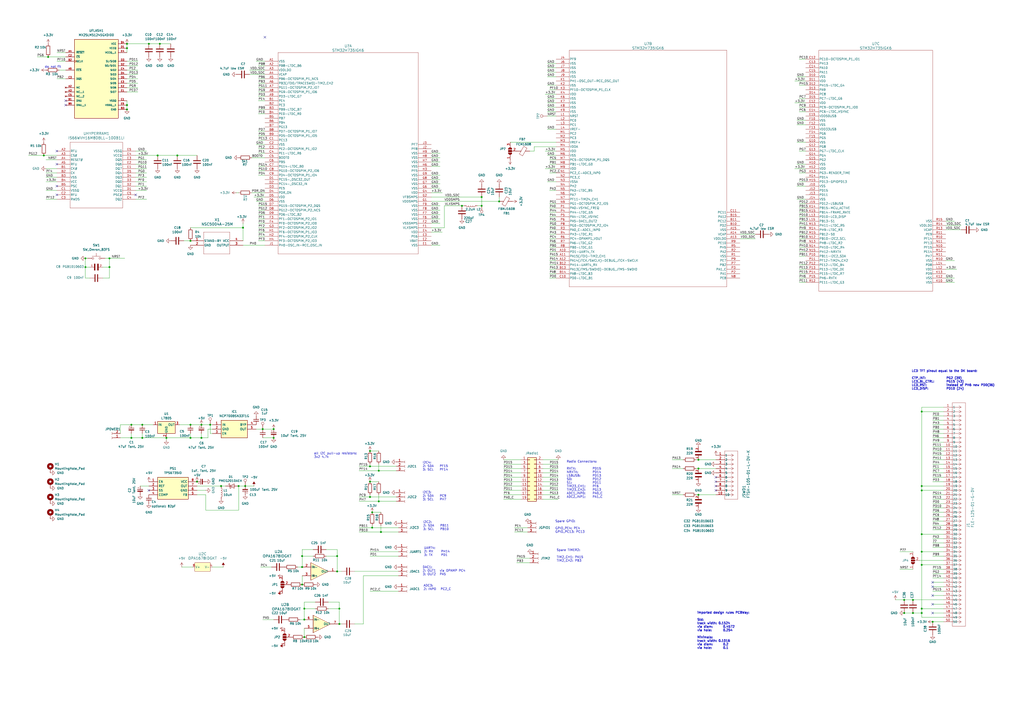
<source format=kicad_sch>
(kicad_sch (version 20231120) (generator "eeschema") (generator_version "8.0")
  (paper "A2")
  (title_block (title "CustomSTM32H735Board") (date "2024-05-10") (rev "v1") (company "HB9GZE"))
  (lib_symbols
    (symbol "Connector:Conn_01x02_Socket" (pin_names (offset 1.016) hide)
      (property "Reference" "J" (at 0 2.54 0))
      (property "Value" "Conn_01x02_Socket" (at 0 -5.08 0))
      (symbol "Conn_01x02_Socket_1_1"
        (pin passive line (at -5.08 0 0) (length 3.81) (name "Pin_1") (number "1"))
        (pin passive line (at -5.08 -2.54 0) (length 3.81) (name "Pin_2") (number "2"))
      )
    )
    (symbol "Connector:Conn_01x03_Socket" (pin_names (offset 1.016) hide)
      (property "Reference" "J" (at 0 5.08 0))
      (property "Value" "Conn_01x03_Socket" (at 0 -5.08 0))
      (symbol "Conn_01x03_Socket_1_1"
        (pin passive line (at -5.08 2.54 0) (length 3.81) (name "Pin_1") (number "1"))
        (pin passive line (at -5.08 0 0) (length 3.81) (name "Pin_2") (number "2"))
        (pin passive line (at -5.08 -2.54 0) (length 3.81) (name "Pin_3") (number "3"))
      )
    )
    (symbol "Connector:TestPoint" (pin_numbers hide) (pin_names (offset 0.762) hide)
      (property "Reference" "TP" (at 0 6.858 0))
      (property "Value" "TestPoint" (at 0 5.08 0))
      (symbol "TestPoint_1_1"
        (pin passive line (at 0 0 90) (length 2.54) (name "1") (number "1"))
      )
    )
    (symbol "Connector_Generic:Conn_02x10_Odd_Even" (pin_names (offset 1.016) hide)
      (property "Reference" "J" (at 1.27 12.7 0))
      (property "Value" "Conn_02x10_Odd_Even" (at 1.27 -15.24 0))
      (symbol "Conn_02x10_Odd_Even_1_1"
        (pin passive line (at -5.08 10.16 0) (length 3.81) (name "Pin_1") (number "1"))
        (pin passive line (at 7.62 0 180) (length 3.81) (name "Pin_10") (number "10"))
        (pin passive line (at -5.08 -2.54 0) (length 3.81) (name "Pin_11") (number "11"))
        (pin passive line (at 7.62 -2.54 180) (length 3.81) (name "Pin_12") (number "12"))
        (pin passive line (at -5.08 -5.08 0) (length 3.81) (name "Pin_13") (number "13"))
        (pin passive line (at 7.62 -5.08 180) (length 3.81) (name "Pin_14") (number "14"))
        (pin passive line (at -5.08 -7.62 0) (length 3.81) (name "Pin_15") (number "15"))
        (pin passive line (at 7.62 -7.62 180) (length 3.81) (name "Pin_16") (number "16"))
        (pin passive line (at -5.08 -10.16 0) (length 3.81) (name "Pin_17") (number "17"))
        (pin passive line (at 7.62 -10.16 180) (length 3.81) (name "Pin_18") (number "18"))
        (pin passive line (at -5.08 -12.7 0) (length 3.81) (name "Pin_19") (number "19"))
        (pin passive line (at 7.62 10.16 180) (length 3.81) (name "Pin_2") (number "2"))
        (pin passive line (at 7.62 -12.7 180) (length 3.81) (name "Pin_20") (number "20"))
        (pin passive line (at -5.08 7.62 0) (length 3.81) (name "Pin_3") (number "3"))
        (pin passive line (at 7.62 7.62 180) (length 3.81) (name "Pin_4") (number "4"))
        (pin passive line (at -5.08 5.08 0) (length 3.81) (name "Pin_5") (number "5"))
        (pin passive line (at 7.62 5.08 180) (length 3.81) (name "Pin_6") (number "6"))
        (pin passive line (at -5.08 2.54 0) (length 3.81) (name "Pin_7") (number "7"))
        (pin passive line (at 7.62 2.54 180) (length 3.81) (name "Pin_8") (number "8"))
        (pin passive line (at -5.08 0 0) (length 3.81) (name "Pin_9") (number "9"))
      )
    )
    (symbol "Device:C" (pin_numbers hide) (pin_names (offset 0.254))
      (property "Reference" "C" (at 0.635 2.54 0))
      (property "Value" "C" (at 0.635 -2.54 0))
      (symbol "C_1_1"
        (pin passive line (at 0 3.81 270) (length 2.794) (name "~") (number "1"))
        (pin passive line (at 0 -3.81 90) (length 2.794) (name "~") (number "2"))
      )
    )
    (symbol "Device:C_Polarized_Small" (pin_numbers hide) (pin_names (offset 0.254) hide)
      (property "Reference" "C" (at 0.254 1.778 0))
      (property "Value" "C_Polarized_Small" (at 0.254 -2.032 0))
      (symbol "C_Polarized_Small_1_1"
        (pin passive line (at 0 2.54 270) (length 1.8542) (name "~") (number "1"))
        (pin passive line (at 0 -2.54 90) (length 1.8542) (name "~") (number "2"))
      )
    )
    (symbol "Device:C_Small" (pin_numbers hide) (pin_names (offset 0.254) hide)
      (property "Reference" "C" (at 0.254 1.778 0))
      (property "Value" "C_Small" (at 0.254 -2.032 0))
      (symbol "C_Small_1_1"
        (pin passive line (at 0 2.54 270) (length 2.032) (name "~") (number "1"))
        (pin passive line (at 0 -2.54 90) (length 2.032) (name "~") (number "2"))
      )
    )
    (symbol "Device:FerriteBead" (pin_numbers hide) (pin_names (offset 0))
      (property "Reference" "FB" (at -3.81 0.635 90))
      (property "Value" "FerriteBead" (at 3.81 0 90))
      (symbol "FerriteBead_1_1"
        (pin passive line (at 0 3.81 270) (length 2.54) (name "~") (number "1"))
        (pin passive line (at 0 -3.81 90) (length 2.54) (name "~") (number "2"))
      )
    )
    (symbol "Device:L" (pin_numbers hide) (pin_names (offset 1.016) hide)
      (property "Reference" "L" (at -1.27 0 90))
      (property "Value" "L" (at 1.905 0 90))
      (symbol "L_1_1"
        (pin passive line (at 0 3.81 270) (length 1.27) (name "1") (number "1"))
        (pin passive line (at 0 -3.81 90) (length 1.27) (name "2") (number "2"))
      )
    )
    (symbol "Device:R" (pin_numbers hide) (pin_names (offset 0))
      (property "Reference" "R" (at 2.032 0 90))
      (property "Value" "R" (at 0 0 90))
      (symbol "R_1_1"
        (pin passive line (at 0 3.81 270) (length 1.27) (name "~") (number "1"))
        (pin passive line (at 0 -3.81 90) (length 1.27) (name "~") (number "2"))
      )
    )
    (symbol "Diode:PMEG2010AEH" (pin_numbers hide) (pin_names hide)
      (property "Reference" "D" (at 0 2.54 0))
      (property "Value" "PMEG2010AEH" (at 0 -2.54 0))
      (symbol "PMEG2010AEH_1_1"
        (pin passive line (at -3.81 0 0) (length 2.54) (name "K") (number "1"))
        (pin passive line (at 3.81 0 180) (length 2.54) (name "A") (number "2"))
      )
    )
    (symbol "Jumper:SolderJumper_3_Open" (pin_names (offset 0) hide) (exclude_from_sim yes) (in_bom no)
      (property "Reference" "JP" (at -2.54 -2.54 0))
      (property "Value" "SolderJumper_3_Open" (at 0 2.794 0))
      (symbol "SolderJumper_3_Open_1_1"
        (pin passive line (at -5.08 0 0) (length 2.54) (name "A") (number "1"))
        (pin passive line (at 0 -3.81 90) (length 2.54) (name "C") (number "2"))
        (pin passive line (at 5.08 0 180) (length 2.54) (name "B") (number "3"))
      )
    )
    (symbol "Mechanical:MountingHole_Pad" (pin_numbers hide) (pin_names (offset 1.016) hide) (exclude_from_sim yes) (in_bom no)
      (property "Reference" "H" (at 0 6.35 0))
      (property "Value" "MountingHole_Pad" (at 0 4.445 0))
      (symbol "MountingHole_Pad_1_1"
        (pin input line (at 0 -2.54 90) (length 2.54) (name "1") (number "1"))
      )
    )
    (symbol "Private:FLE-125-01-G-DV" (pin_names (offset 0.254))
      (property "Reference" "J" (at 8.89 6.35 0))
      (property "Value" "FLE-125-01-G-DV" (at 0 0 0))
      (symbol "FLE-125-01-G-DV_1_1"
        (pin unspecified line (at 0 0 0) (length 5.08) (name "1") (number "1"))
        (pin unspecified line (at 0 -22.86 0) (length 5.08) (name "10") (number "10"))
        (pin unspecified line (at 0 -25.4 0) (length 5.08) (name "11") (number "11"))
        (pin unspecified line (at 0 -27.94 0) (length 5.08) (name "12") (number "12"))
        (pin unspecified line (at 0 -30.48 0) (length 5.08) (name "13") (number "13"))
        (pin unspecified line (at 0 -33.02 0) (length 5.08) (name "14") (number "14"))
        (pin unspecified line (at 0 -35.56 0) (length 5.08) (name "15") (number "15"))
        (pin unspecified line (at 0 -38.1 0) (length 5.08) (name "16") (number "16"))
        (pin unspecified line (at 0 -40.64 0) (length 5.08) (name "17") (number "17"))
        (pin unspecified line (at 0 -43.18 0) (length 5.08) (name "18") (number "18"))
        (pin unspecified line (at 0 -45.72 0) (length 5.08) (name "19") (number "19"))
        (pin unspecified line (at 0 -2.54 0) (length 5.08) (name "2") (number "2"))
        (pin unspecified line (at 0 -48.26 0) (length 5.08) (name "20") (number "20"))
        (pin unspecified line (at 0 -50.8 0) (length 5.08) (name "21") (number "21"))
        (pin unspecified line (at 0 -53.34 0) (length 5.08) (name "22") (number "22"))
        (pin unspecified line (at 0 -55.88 0) (length 5.08) (name "23") (number "23"))
        (pin unspecified line (at 0 -58.42 0) (length 5.08) (name "24") (number "24"))
        (pin unspecified line (at 0 -60.96 0) (length 5.08) (name "25") (number "25"))
        (pin unspecified line (at 0 -63.5 0) (length 5.08) (name "26") (number "26"))
        (pin unspecified line (at 0 -66.04 0) (length 5.08) (name "27") (number "27"))
        (pin unspecified line (at 0 -68.58 0) (length 5.08) (name "28") (number "28"))
        (pin unspecified line (at 0 -71.12 0) (length 5.08) (name "29") (number "29"))
        (pin unspecified line (at 0 -5.08 0) (length 5.08) (name "3") (number "3"))
        (pin unspecified line (at 0 -73.66 0) (length 5.08) (name "30") (number "30"))
        (pin unspecified line (at 0 -76.2 0) (length 5.08) (name "31") (number "31"))
        (pin unspecified line (at 0 -78.74 0) (length 5.08) (name "32") (number "32"))
        (pin unspecified line (at 0 -81.28 0) (length 5.08) (name "33") (number "33"))
        (pin unspecified line (at 0 -83.82 0) (length 5.08) (name "34") (number "34"))
        (pin unspecified line (at 0 -86.36 0) (length 5.08) (name "35") (number "35"))
        (pin unspecified line (at 0 -88.9 0) (length 5.08) (name "36") (number "36"))
        (pin unspecified line (at 0 -91.44 0) (length 5.08) (name "37") (number "37"))
        (pin unspecified line (at 0 -93.98 0) (length 5.08) (name "38") (number "38"))
        (pin unspecified line (at 0 -96.52 0) (length 5.08) (name "39") (number "39"))
        (pin unspecified line (at 0 -7.62 0) (length 5.08) (name "4") (number "4"))
        (pin unspecified line (at 0 -99.06 0) (length 5.08) (name "40") (number "40"))
        (pin unspecified line (at 0 -101.6 0) (length 5.08) (name "41") (number "41"))
        (pin unspecified line (at 0 -104.14 0) (length 5.08) (name "42") (number "42"))
        (pin unspecified line (at 0 -106.68 0) (length 5.08) (name "43") (number "43"))
        (pin unspecified line (at 0 -109.22 0) (length 5.08) (name "44") (number "44"))
        (pin unspecified line (at 0 -111.76 0) (length 5.08) (name "45") (number "45"))
        (pin unspecified line (at 0 -114.3 0) (length 5.08) (name "46") (number "46"))
        (pin unspecified line (at 0 -116.84 0) (length 5.08) (name "47") (number "47"))
        (pin unspecified line (at 0 -119.38 0) (length 5.08) (name "48") (number "48"))
        (pin unspecified line (at 0 -121.92 0) (length 5.08) (name "49") (number "49"))
        (pin unspecified line (at 0 -10.16 0) (length 5.08) (name "5") (number "5"))
        (pin unspecified line (at 0 -124.46 0) (length 5.08) (name "50") (number "50"))
        (pin unspecified line (at 0 -12.7 0) (length 5.08) (name "6") (number "6"))
        (pin unspecified line (at 0 -15.24 0) (length 5.08) (name "7") (number "7"))
        (pin unspecified line (at 0 -17.78 0) (length 5.08) (name "8") (number "8"))
        (pin unspecified line (at 0 -20.32 0) (length 5.08) (name "9") (number "9"))
      )
      (symbol "FLE-125-01-G-DV_1_2"
        (pin unspecified line (at 0 0 0) (length 5.08) (name "1") (number "1"))
        (pin unspecified line (at 0 -22.86 0) (length 5.08) (name "10") (number "10"))
        (pin unspecified line (at 0 -25.4 0) (length 5.08) (name "11") (number "11"))
        (pin unspecified line (at 0 -27.94 0) (length 5.08) (name "12") (number "12"))
        (pin unspecified line (at 0 -30.48 0) (length 5.08) (name "13") (number "13"))
        (pin unspecified line (at 0 -33.02 0) (length 5.08) (name "14") (number "14"))
        (pin unspecified line (at 0 -35.56 0) (length 5.08) (name "15") (number "15"))
        (pin unspecified line (at 0 -38.1 0) (length 5.08) (name "16") (number "16"))
        (pin unspecified line (at 0 -40.64 0) (length 5.08) (name "17") (number "17"))
        (pin unspecified line (at 0 -43.18 0) (length 5.08) (name "18") (number "18"))
        (pin unspecified line (at 0 -45.72 0) (length 5.08) (name "19") (number "19"))
        (pin unspecified line (at 0 -2.54 0) (length 5.08) (name "2") (number "2"))
        (pin unspecified line (at 0 -48.26 0) (length 5.08) (name "20") (number "20"))
        (pin unspecified line (at 0 -50.8 0) (length 5.08) (name "21") (number "21"))
        (pin unspecified line (at 0 -53.34 0) (length 5.08) (name "22") (number "22"))
        (pin unspecified line (at 0 -55.88 0) (length 5.08) (name "23") (number "23"))
        (pin unspecified line (at 0 -58.42 0) (length 5.08) (name "24") (number "24"))
        (pin unspecified line (at 0 -60.96 0) (length 5.08) (name "25") (number "25"))
        (pin unspecified line (at 0 -63.5 0) (length 5.08) (name "26") (number "26"))
        (pin unspecified line (at 0 -66.04 0) (length 5.08) (name "27") (number "27"))
        (pin unspecified line (at 0 -68.58 0) (length 5.08) (name "28") (number "28"))
        (pin unspecified line (at 0 -71.12 0) (length 5.08) (name "29") (number "29"))
        (pin unspecified line (at 0 -5.08 0) (length 5.08) (name "3") (number "3"))
        (pin unspecified line (at 0 -73.66 0) (length 5.08) (name "30") (number "30"))
        (pin unspecified line (at 0 -76.2 0) (length 5.08) (name "31") (number "31"))
        (pin unspecified line (at 0 -78.74 0) (length 5.08) (name "32") (number "32"))
        (pin unspecified line (at 0 -81.28 0) (length 5.08) (name "33") (number "33"))
        (pin unspecified line (at 0 -83.82 0) (length 5.08) (name "34") (number "34"))
        (pin unspecified line (at 0 -86.36 0) (length 5.08) (name "35") (number "35"))
        (pin unspecified line (at 0 -88.9 0) (length 5.08) (name "36") (number "36"))
        (pin unspecified line (at 0 -91.44 0) (length 5.08) (name "37") (number "37"))
        (pin unspecified line (at 0 -93.98 0) (length 5.08) (name "38") (number "38"))
        (pin unspecified line (at 0 -96.52 0) (length 5.08) (name "39") (number "39"))
        (pin unspecified line (at 0 -7.62 0) (length 5.08) (name "4") (number "4"))
        (pin unspecified line (at 0 -99.06 0) (length 5.08) (name "40") (number "40"))
        (pin unspecified line (at 0 -101.6 0) (length 5.08) (name "41") (number "41"))
        (pin unspecified line (at 0 -104.14 0) (length 5.08) (name "42") (number "42"))
        (pin unspecified line (at 0 -106.68 0) (length 5.08) (name "43") (number "43"))
        (pin unspecified line (at 0 -109.22 0) (length 5.08) (name "44") (number "44"))
        (pin unspecified line (at 0 -111.76 0) (length 5.08) (name "45") (number "45"))
        (pin unspecified line (at 0 -114.3 0) (length 5.08) (name "46") (number "46"))
        (pin unspecified line (at 0 -116.84 0) (length 5.08) (name "47") (number "47"))
        (pin unspecified line (at 0 -119.38 0) (length 5.08) (name "48") (number "48"))
        (pin unspecified line (at 0 -121.92 0) (length 5.08) (name "49") (number "49"))
        (pin unspecified line (at 0 -10.16 0) (length 5.08) (name "5") (number "5"))
        (pin unspecified line (at 0 -124.46 0) (length 5.08) (name "50") (number "50"))
        (pin unspecified line (at 0 -12.7 0) (length 5.08) (name "6") (number "6"))
        (pin unspecified line (at 0 -15.24 0) (length 5.08) (name "7") (number "7"))
        (pin unspecified line (at 0 -17.78 0) (length 5.08) (name "8") (number "8"))
        (pin unspecified line (at 0 -20.32 0) (length 5.08) (name "9") (number "9"))
      )
    )
    (symbol "Private:FTSH-105-01-L-DV-K" (pin_names (offset 0.254))
      (property "Reference" "J" (at 8.89 6.35 0))
      (property "Value" "FTSH-105-01-L-DV-K" (at 0 0 0))
      (symbol "FTSH-105-01-L-DV-K_0_1"
        (pin unspecified line (at 0 0 0) (length 5.08) (name "1") (number "1"))
        (pin unspecified line (at 0 -22.86 0) (length 5.08) (name "10") (number "10"))
        (pin unspecified line (at 0 -2.54 0) (length 5.08) (name "2") (number "2"))
        (pin unspecified line (at 0 -5.08 0) (length 5.08) (name "3") (number "3"))
        (pin unspecified line (at 0 -7.62 0) (length 5.08) (name "4") (number "4"))
        (pin unspecified line (at 0 -10.16 0) (length 5.08) (name "5") (number "5"))
        (pin unspecified line (at 0 -12.7 0) (length 5.08) (name "6") (number "6"))
        (pin unspecified line (at 0 -15.24 0) (length 5.08) (name "7") (number "7"))
        (pin unspecified line (at 0 -17.78 0) (length 5.08) (name "8") (number "8"))
        (pin unspecified line (at 0 -20.32 0) (length 5.08) (name "9") (number "9"))
      )
    )
    (symbol "Private:IS66WVH16M8DBLL-100B1LI" (pin_names (offset 0.254))
      (property "Reference" "U" (at 22.86 10.16 0))
      (property "Value" "IS66WVH16M8DBLL-100B1LI" (at 22.86 7.62 0))
      (symbol "IS66WVH16M8DBLL-100B1LI_0_1"
        (pin unspecified line (at 0 0 0) (length 7.62) (name "RFU") (number "A2"))
        (pin unspecified line (at 0 -2.54 0) (length 7.62) (name "CS#") (number "A3"))
        (pin unspecified line (at 0 -5.08 0) (length 7.62) (name "RESET#") (number "A4"))
        (pin unspecified line (at 0 -7.62 0) (length 7.62) (name "RFU") (number "A5"))
        (pin unspecified line (at 0 -10.16 0) (length 7.62) (name "CK#") (number "B1"))
        (pin unspecified line (at 0 -12.7 0) (length 7.62) (name "CK") (number "B2"))
        (pin power_out line (at 0 -15.24 0) (length 7.62) (name "VSS") (number "B3"))
        (pin power_in line (at 0 -17.78 0) (length 7.62) (name "VCC") (number "B4"))
        (pin unspecified line (at 0 -20.32 0) (length 7.62) (name "PSC") (number "B5"))
        (pin power_out line (at 0 -22.86 0) (length 7.62) (name "VSSQ") (number "C1"))
        (pin unspecified line (at 0 -25.4 0) (length 7.62) (name "RFU") (number "C2"))
        (pin unspecified line (at 0 -27.94 0) (length 7.62) (name "RWDS") (number "C3"))
        (pin bidirectional line (at 45.72 -27.94 180) (length 7.62) (name "DQ2") (number "C4"))
        (pin unspecified line (at 45.72 -25.4 180) (length 7.62) (name "PSC#") (number "C5"))
        (pin power_in line (at 45.72 -22.86 180) (length 7.62) (name "VCCQ") (number "D1"))
        (pin bidirectional line (at 45.72 -20.32 180) (length 7.62) (name "DQ1") (number "D2"))
        (pin bidirectional line (at 45.72 -17.78 180) (length 7.62) (name "DQ0") (number "D3"))
        (pin bidirectional line (at 45.72 -15.24 180) (length 7.62) (name "DQ3") (number "D4"))
        (pin bidirectional line (at 45.72 -12.7 180) (length 7.62) (name "DQ4") (number "D5"))
        (pin bidirectional line (at 45.72 -10.16 180) (length 7.62) (name "DQ7") (number "E1"))
        (pin bidirectional line (at 45.72 -7.62 180) (length 7.62) (name "DQ6") (number "E2"))
        (pin bidirectional line (at 45.72 -5.08 180) (length 7.62) (name "DQ5") (number "E3"))
        (pin power_in line (at 45.72 -2.54 180) (length 7.62) (name "VCCQ") (number "E4"))
        (pin power_out line (at 45.72 0 180) (length 7.62) (name "VSSQ") (number "E5"))
      )
    )
    (symbol "Private:MX25LM51245GXDI00" (pin_names (offset 1.016))
      (property "Reference" "U" (at -12.7 19.05 0))
      (property "Value" "MX25LM51245GXDI00" (at -12.7 -30.48 0))
      (symbol "MX25LM51245GXDI00_0_0"
        (pin no_connect line (at -17.78 -10.16 0) (length 5.08) (name "NC") (number "A2"))
        (pin no_connect line (at -17.78 -12.7 0) (length 5.08) (name "NC__1") (number "A3"))
        (pin input line (at -17.78 10.16 0) (length 5.08) (name "~{RESET}") (number "A4"))
        (pin input line (at -17.78 0 0) (length 5.08) (name "~{ECS}") (number "A5"))
        (pin passive line (at -17.78 -17.78 0) (length 5.08) (name "DNU") (number "B1"))
        (pin input clock (at -17.78 5.08 0) (length 5.08) (name "SCLK") (number "B2"))
        (pin power_in line (at 17.78 -22.86 180) (length 5.08) (name "GND") (number "B3"))
        (pin power_in line (at 17.78 15.24 180) (length 5.08) (name "VCC") (number "B4"))
        (pin passive line (at -17.78 -20.32 0) (length 5.08) (name "DNU__1") (number "B5"))
        (pin power_in line (at 17.78 -17.78 180) (length 5.08) (name "VSSQ") (number "C1"))
        (pin input line (at -17.78 7.62 0) (length 5.08) (name "~{CS}") (number "C2"))
        (pin bidirectional line (at -17.78 -5.08 0) (length 5.08) (name "DQS") (number "C3"))
        (pin bidirectional line (at 17.78 0 180) (length 5.08) (name "SIO2") (number "C4"))
        (pin no_connect line (at -17.78 -15.24 0) (length 5.08) (name "NC__2") (number "C5"))
        (pin power_in line (at 17.78 12.7 180) (length 5.08) (name "VCCQ") (number "D1"))
        (pin bidirectional line (at 17.78 2.54 180) (length 5.08) (name "SO/SIO1") (number "D2"))
        (pin bidirectional line (at 17.78 5.08 180) (length 5.08) (name "SI/SIO0") (number "D3"))
        (pin bidirectional line (at 17.78 -2.54 180) (length 5.08) (name "SIO3") (number "D4"))
        (pin bidirectional line (at 17.78 -5.08 180) (length 5.08) (name "SIO4") (number "D5"))
        (pin bidirectional line (at 17.78 -12.7 180) (length 5.08) (name "SIO7") (number "E1"))
        (pin bidirectional line (at 17.78 -10.16 180) (length 5.08) (name "SIO6") (number "E2"))
        (pin bidirectional line (at 17.78 -7.62 180) (length 5.08) (name "SIO5") (number "E3"))
        (pin power_in line (at 17.78 10.16 180) (length 5.08) (name "VCCQ__1") (number "E4"))
        (pin power_in line (at 17.78 -20.32 180) (length 5.08) (name "VSSQ__1") (number "E5"))
      )
    )
    (symbol "Private:NCP700BSN33T1G"
      (property "Reference" "IC" (at 21.59 7.62 0))
      (property "Value" "NCP700BSN33T1G" (at 21.59 5.08 0))
      (symbol "NCP700BSN33T1G_1_1"
        (pin passive line (at 0 0 0) (length 5.08) (name "IN") (number "1"))
        (pin passive line (at 0 -2.54 0) (length 5.08) (name "GND") (number "2"))
        (pin passive line (at 0 -5.08 0) (length 5.08) (name "EN") (number "3"))
        (pin passive line (at 25.4 0 180) (length 5.08) (name "BYP") (number "4"))
        (pin passive line (at 25.4 -2.54 180) (length 5.08) (name "OUT") (number "5"))
      )
    )
    (symbol "Private:NSC5004A-25M" (pin_names (offset 0.254))
      (property "Reference" "X" (at 0 10.414 0))
      (property "Value" "NSC5004A-25M" (at -0.254 7.874 0))
      (symbol "NSC5004A-25M_0_1"
        (pin unspecified line (at -15.24 1.27 0) (length 7.62) (name "STAND-BY") (number "1"))
        (pin power_out line (at -15.24 -1.27 0) (length 7.62) (name "GND") (number "2"))
        (pin output line (at 15.24 -1.27 180) (length 7.62) (name "OUTPUT") (number "3"))
        (pin power_in line (at 15.24 1.27 180) (length 7.62) (name "VCC") (number "4"))
      )
    )
    (symbol "Private:OPA1678IDGKT" (pin_names (offset 0.254))
      (property "Reference" "U" (at -0.508 1.524 0))
      (property "Value" "OPA1678IDGKT" (at -0.762 5.08 0))
      (symbol "OPA1678IDGKT_1_1"
        (pin output line (at 10.16 1.27 180) (length 5.08) (name "OUT") (number "1"))
        (pin input line (at -10.16 3.81 0) (length 5.08) (name "IN-") (number "2"))
        (pin input line (at -10.16 -1.27 0) (length 5.08) (name "IN+") (number "3"))
      )
      (symbol "OPA1678IDGKT_2_1"
        (pin input line (at -10.16 -1.27 0) (length 5.08) (name "IN+") (number "5"))
        (pin input line (at -10.16 3.81 0) (length 5.08) (name "IN-") (number "6"))
        (pin output line (at 10.16 1.27 180) (length 5.08) (name "OUT") (number "7"))
      )
      (symbol "OPA1678IDGKT_3_1"
        (pin power_in line (at 5.08 1.27 180) (length 1.27) (name "V-") (number "4"))
        (pin power_in line (at -6.35 1.27 0) (length 1.27) (name "V+") (number "8"))
      )
    )
    (symbol "Private:PGB1010603" (pin_names (offset 1.016))
      (property "Reference" "C" (at 0 3.8109 0))
      (property "Value" "PGB1010603" (at -5.08 -3.81 0))
      (symbol "PGB1010603_0_0"
        (pin passive line (at -2.54 0 0) (length 2.54) (name "~") (number "1"))
        (pin passive line (at 5.08 0 180) (length 2.54) (name "~") (number "2"))
      )
    )
    (symbol "Private:STM32H735IGK6" (pin_names (offset 0.254))
      (property "Reference" "U" (at 48.26 10.16 0))
      (property "Value" "STM32H735IGK6" (at 48.26 7.62 0))
      (symbol "STM32H735IGK6_1_1"
        (pin power_out line (at 0 0 0) (length 7.62) (name "VSS") (number "A1"))
        (pin unspecified line (at 0 -2.54 0) (length 7.62) (name "PB8-LTDC_B6") (number "A2"))
        (pin power_in line (at 0 -5.08 0) (length 7.62) (name "VDDLDO") (number "A3"))
        (pin unspecified line (at 0 -7.62 0) (length 7.62) (name "VCAP") (number "A4"))
        (pin unspecified line (at 0 -10.16 0) (length 7.62) (name "PB6-OCTOSPIM_P1_NCS") (number "A5"))
        (pin unspecified line (at 0 -12.7 0) (length 7.62) (name "PB3(JTDO/TRACESWO)-TIM2_CH2") (number "A6"))
        (pin unspecified line (at 0 -15.24 0) (length 7.62) (name "PG11-OCTOSPIM_P2_IO7") (number "A7"))
        (pin unspecified line (at 0 -17.78 0) (length 7.62) (name "PG9-OCTOSPIM_P1_IO6") (number "A8"))
        (pin unspecified line (at 0 -20.32 0) (length 7.62) (name "PD3-LTDC_G7") (number "A9"))
        (pin bidirectional line (at 0 -22.86 0) (length 7.62) (name "PE4") (number "B1"))
        (pin bidirectional line (at 0 -25.4 0) (length 7.62) (name "PE3") (number "B2"))
        (pin unspecified line (at 0 -27.94 0) (length 7.62) (name "PB9-LTDC_B7") (number "B3"))
        (pin unspecified line (at 0 -30.48 0) (length 7.62) (name "PE0-LTDC_R0") (number "B4"))
        (pin bidirectional line (at 0 -33.02 0) (length 7.62) (name "PB7") (number "B5"))
        (pin bidirectional line (at 0 -35.56 0) (length 7.62) (name "PB4") (number "B6"))
        (pin bidirectional line (at 0 -38.1 0) (length 7.62) (name "PG13") (number "B7"))
        (pin unspecified line (at 0 -40.64 0) (length 7.62) (name "PD7-OCTOSPIM_P1_IO7") (number "B8"))
        (pin unspecified line (at 0 -43.18 0) (length 7.62) (name "PD5-OCTOSPIM_P1_IO5") (number "B9"))
        (pin bidirectional line (at 0 -45.72 0) (length 7.62) (name "PC13") (number "C1"))
        (pin power_out line (at 0 -48.26 0) (length 7.62) (name "VSS") (number "C2"))
        (pin unspecified line (at 0 -50.8 0) (length 7.62) (name "PE2-OCTOSPIM_P1_IO2") (number "C3"))
        (pin unspecified line (at 0 -53.34 0) (length 7.62) (name "PE1-LTDC_R6") (number "C4"))
        (pin unspecified line (at 0 -55.88 0) (length 7.62) (name "BOOT0") (number "C5"))
        (pin bidirectional line (at 0 -58.42 0) (length 7.62) (name "PB5") (number "C6"))
        (pin unspecified line (at 0 -60.96 0) (length 7.62) (name "PG14-LTDC_B0") (number "C7"))
        (pin unspecified line (at 0 -63.5 0) (length 7.62) (name "PG10-OCTOSPIM_P2_IO6") (number "C8"))
        (pin unspecified line (at 0 -66.04 0) (length 7.62) (name "PD4-OCTOSPIM_P1_IO4") (number "C9"))
        (pin output line (at 0 -68.58 0) (length 7.62) (name "PC15-_OSC32_OUT") (number "D1"))
        (pin bidirectional line (at 0 -71.12 0) (length 7.62) (name "PC14-_OSC32_IN") (number "D2"))
        (pin bidirectional line (at 0 -73.66 0) (length 7.62) (name "PE5") (number "D3"))
        (pin unspecified line (at 0 -76.2 0) (length 7.62) (name "PDR_ON") (number "D4"))
        (pin power_in line (at 0 -78.74 0) (length 7.62) (name "VDD") (number "D5"))
        (pin power_out line (at 0 -81.28 0) (length 7.62) (name "VSS") (number "D6"))
        (pin unspecified line (at 0 -83.82 0) (length 7.62) (name "PG15-OCTOSPIM_P2_DQS") (number "D7"))
        (pin unspecified line (at 0 -86.36 0) (length 7.62) (name "PG12-OCTOSPIM_P2_NCS") (number "D8"))
        (pin unspecified line (at 0 -88.9 0) (length 7.62) (name "PD6-LTDC_B2") (number "D9"))
        (pin power_out line (at 96.52 -106.68 180) (length 7.62) (name "VSS") (number "E1"))
        (pin unspecified line (at 96.52 -104.14 180) (length 7.62) (name "VBAT") (number "E2"))
        (pin bidirectional line (at 96.52 -101.6 180) (length 7.62) (name "PE6") (number "E3"))
        (pin power_in line (at 96.52 -99.06 180) (length 7.62) (name "VDD") (number "E4"))
        (pin unspecified line (at 96.52 -96.52 180) (length 7.62) (name "VLXSMPS") (number "F1"))
        (pin power_out line (at 96.52 -93.98 180) (length 7.62) (name "VSSSMPS") (number "F2"))
        (pin unspecified line (at 0 -91.44 0) (length 7.62) (name "PF1-OCTOSPIM_P2_IO1") (number "F3"))
        (pin unspecified line (at 0 -93.98 0) (length 7.62) (name "PF0-OCTOSPIM_P2_IO0") (number "F4"))
        (pin power_out line (at 96.52 -91.44 180) (length 7.62) (name "VSS") (number "F6"))
        (pin power_out line (at 96.52 -88.9 180) (length 7.62) (name "VSS") (number "F7"))
        (pin power_out line (at 96.52 -86.36 180) (length 7.62) (name "VSS") (number "F8"))
        (pin power_out line (at 96.52 -83.82 180) (length 7.62) (name "VSS") (number "F9"))
        (pin power_in line (at 96.52 -81.28 180) (length 7.62) (name "VDDSMPS") (number "G1"))
        (pin unspecified line (at 96.52 -78.74 180) (length 7.62) (name "VFBSMPS") (number "G2"))
        (pin unspecified line (at 0 -96.52 0) (length 7.62) (name "PF2-OCTOSPIM_P2_IO2") (number "G3"))
        (pin power_in line (at 96.52 -76.2 180) (length 7.62) (name "VDD") (number "G4"))
        (pin power_out line (at 96.52 -73.66 180) (length 7.62) (name "VSS") (number "G6"))
        (pin power_out line (at 96.52 -71.12 180) (length 7.62) (name "VSS") (number "G7"))
        (pin power_out line (at 96.52 -68.58 180) (length 7.62) (name "VSS") (number "G8"))
        (pin power_out line (at 96.52 -66.04 180) (length 7.62) (name "VSS") (number "G9"))
        (pin unspecified line (at 0 -99.06 0) (length 7.62) (name "PF6-OCTOSPIM_P1_IO3") (number "H1"))
        (pin unspecified line (at 0 -101.6 0) (length 7.62) (name "PF4-OCTOSPIM_P2_CLK") (number "H2"))
        (pin bidirectional line (at 96.52 -63.5 180) (length 7.62) (name "PF5") (number "H3"))
        (pin unspecified line (at 0 -104.14 0) (length 7.62) (name "PF3-OCTOSPIM_P2_IO3") (number "H4"))
        (pin power_out line (at 96.52 -60.96 180) (length 7.62) (name "VSS") (number "H6"))
        (pin power_out line (at 96.52 -58.42 180) (length 7.62) (name "VSS") (number "H7"))
        (pin power_out line (at 96.52 -55.88 180) (length 7.62) (name "VSS") (number "H8"))
        (pin power_out line (at 96.52 -53.34 180) (length 7.62) (name "VSS") (number "H9"))
        (pin unspecified line (at 0 -106.68 0) (length 7.62) (name "PH0-OSC_IN-RCC_OSC_IN") (number "J1"))
        (pin bidirectional line (at 96.52 -50.8 180) (length 7.62) (name "PF8") (number "J2"))
        (pin bidirectional line (at 96.52 -48.26 180) (length 7.62) (name "PF7") (number "J3"))
      )
      (symbol "STM32H735IGK6_2_1"
        (pin unspecified line (at 0 -111.76 0) (length 7.62) (name "PD1-UART4_TX") (number "A10"))
        (pin unspecified line (at 0 -114.3 0) (length 7.62) (name "PA15(JTDI)-TIM2_CH1") (number "A11"))
        (pin unspecified line (at 0 -116.84 0) (length 7.62) (name "PA14(JTCK/SWCLK)-DEBUG_JTCK-SWCLK") (number "A12"))
        (pin power_in line (at 106.68 -104.14 180) (length 7.62) (name "VDDLDO") (number "A13"))
        (pin unspecified line (at 106.68 -101.6 180) (length 7.62) (name "VCAP") (number "A14"))
        (pin power_out line (at 106.68 -99.06 180) (length 7.62) (name "VSS") (number "A15"))
        (pin bidirectional line (at 106.68 -96.52 180) (length 7.62) (name "PD2") (number "B10"))
        (pin bidirectional line (at 106.68 -93.98 180) (length 7.62) (name "PC12") (number "B11"))
        (pin unspecified line (at 0 -119.38 0) (length 7.62) (name "PH14-UART4_RX") (number "B12"))
        (pin unspecified line (at 0 -121.92 0) (length 7.62) (name "PA13(JTMS/SWDIO)-DEBUG_JTMS-SWDIO") (number "B13"))
        (pin unspecified line (at 0 -124.46 0) (length 7.62) (name "PA8-LTDC_B3") (number "B14"))
        (pin bidirectional line (at 106.68 -91.44 180) (length 7.62) (name "PA12") (number "B15"))
        (pin unspecified line (at 0 -127 0) (length 7.62) (name "PD0-LTDC_B1") (number "C10"))
        (pin bidirectional line (at 106.68 -88.9 180) (length 7.62) (name "PC11") (number "C11"))
        (pin bidirectional line (at 0 0 0) (length 7.62) (name "PF9") (number "J4"))
        (pin power_out line (at 0 -2.54 0) (length 7.62) (name "VSS") (number "J6"))
        (pin power_out line (at 0 -5.08 0) (length 7.62) (name "VSS") (number "J7"))
        (pin power_out line (at 0 -7.62 0) (length 7.62) (name "VSS") (number "J8"))
        (pin power_out line (at 0 -10.16 0) (length 7.62) (name "VSS") (number "J9"))
        (pin unspecified line (at 0 -12.7 0) (length 7.62) (name "PH1-OSC_OUT-RCC_OSC_OUT") (number "K1"))
        (pin power_out line (at 0 -15.24 0) (length 7.62) (name "VSS") (number "K2"))
        (pin unspecified line (at 0 -17.78 0) (length 7.62) (name "PF10-OCTOSPIM_P1_CLK") (number "K3"))
        (pin power_in line (at 0 -20.32 0) (length 7.62) (name "VDD") (number "K4"))
        (pin power_out line (at 0 -22.86 0) (length 7.62) (name "VSS") (number "K6"))
        (pin power_out line (at 0 -25.4 0) (length 7.62) (name "VSS") (number "K7"))
        (pin power_out line (at 0 -27.94 0) (length 7.62) (name "VSS") (number "K8"))
        (pin power_out line (at 0 -30.48 0) (length 7.62) (name "VSS") (number "K9"))
        (pin unspecified line (at 0 -33.02 0) (length 7.62) (name "NRST") (number "L1"))
        (pin bidirectional line (at 0 -35.56 0) (length 7.62) (name "PC0") (number "L2"))
        (pin bidirectional line (at 0 -38.1 0) (length 7.62) (name "PC1") (number "L3"))
        (pin power_in line (at 0 -40.64 0) (length 7.62) (name "VREF-") (number "L4"))
        (pin bidirectional line (at 0 -43.18 0) (length 7.62) (name "PC2") (number "M1"))
        (pin bidirectional line (at 0 -45.72 0) (length 7.62) (name "PC3") (number "M2"))
        (pin power_in line (at 0 -48.26 0) (length 7.62) (name "VREF+") (number "M3"))
        (pin power_in line (at 0 -50.8 0) (length 7.62) (name "VDDA") (number "M4"))
        (pin power_in line (at 0 -53.34 0) (length 7.62) (name "VDD") (number "M5"))
        (pin power_out line (at 0 -55.88 0) (length 7.62) (name "VSS") (number "M6"))
        (pin unspecified line (at 0 -58.42 0) (length 7.62) (name "PC5-OCTOSPIM_P1_DQS") (number "M7"))
        (pin unspecified line (at 0 -60.96 0) (length 7.62) (name "PB1-LTDC_G0") (number "M8"))
        (pin power_in line (at 0 -63.5 0) (length 7.62) (name "VDD") (number "M9"))
        (pin unspecified line (at 0 -66.04 0) (length 7.62) (name "PC2_C-ADC3_INP0") (number "N1"))
        (pin bidirectional line (at 0 -68.58 0) (length 7.62) (name "PC3_C") (number "N2"))
        (pin power_out line (at 0 -71.12 0) (length 7.62) (name "VSSA") (number "N3"))
        (pin bidirectional line (at 0 -73.66 0) (length 7.62) (name "PH2") (number "N4"))
        (pin unspecified line (at 0 -76.2 0) (length 7.62) (name "PA3-LTDC_B5") (number "N5"))
        (pin bidirectional line (at 0 -78.74 0) (length 7.62) (name "PA7") (number "N6"))
        (pin unspecified line (at 0 -81.28 0) (length 7.62) (name "PF11-TIM24_CH1") (number "N7"))
        (pin bidirectional line (at 106.68 -127 180) (length 7.62) (name "PE8") (number "N8"))
        (pin unspecified line (at 0 -83.82 0) (length 7.62) (name "PG1-OCTOSPIM_P2_IO5") (number "N9"))
        (pin unspecified line (at 0 -86.36 0) (length 7.62) (name "PA0-VSYNC_FREQ") (number "P1"))
        (pin bidirectional line (at 106.68 -124.46 180) (length 7.62) (name "PA1") (number "P2"))
        (pin bidirectional line (at 106.68 -121.92 180) (length 7.62) (name "PA1_C") (number "P3"))
        (pin unspecified line (at 0 -88.9 0) (length 7.62) (name "PH4-LTDC_G5") (number "P4"))
        (pin unspecified line (at 0 -91.44 0) (length 7.62) (name "PA4-LTDC_VSYNC") (number "P5"))
        (pin unspecified line (at 0 -93.98 0) (length 7.62) (name "PA5-DAC1_OUT2") (number "P6"))
        (pin bidirectional line (at 106.68 -119.38 180) (length 7.62) (name "PB2") (number "P7"))
        (pin unspecified line (at 0 -96.52 0) (length 7.62) (name "PG0-OCTOSPIM_P2_IO4") (number "P8"))
        (pin bidirectional line (at 106.68 -116.84 180) (length 7.62) (name "PE7") (number "P9"))
        (pin power_out line (at 106.68 -114.3 180) (length 7.62) (name "VSS") (number "R1"))
        (pin bidirectional line (at 106.68 -111.76 180) (length 7.62) (name "PA2") (number "R2"))
        (pin unspecified line (at 0 -99.06 0) (length 7.62) (name "PA0_C-ADC1_INP0") (number "R3"))
        (pin unspecified line (at 0 -101.6 0) (length 7.62) (name "PH3-LTDC_R1") (number "R4"))
        (pin bidirectional line (at 106.68 -109.22 180) (length 7.62) (name "PH5") (number "R5"))
        (pin unspecified line (at 0 -104.14 0) (length 7.62) (name "PC4-OPAMP1_VOUT") (number "R6"))
        (pin unspecified line (at 0 -106.68 0) (length 7.62) (name "PA6-LTDC_G2") (number "R7"))
        (pin unspecified line (at 0 -109.22 0) (length 7.62) (name "PB0-LTDC_G1") (number "R8"))
        (pin bidirectional line (at 106.68 -106.68 180) (length 7.62) (name "PE10") (number "R9"))
      )
      (symbol "STM32H735IGK6_3_1"
        (pin unspecified line (at 0 0 0) (length 7.62) (name "PC10-OCTOSPIM_P1_IO1") (number "C12"))
        (pin bidirectional line (at 0 -2.54 0) (length 7.62) (name "PH13") (number "C13"))
        (pin bidirectional line (at 0 -5.08 0) (length 7.62) (name "PA10") (number "C14"))
        (pin bidirectional line (at 0 -7.62 0) (length 7.62) (name "PA11") (number "C15"))
        (pin power_out line (at 0 -10.16 0) (length 7.62) (name "VSS") (number "D10"))
        (pin power_in line (at 0 -12.7 0) (length 7.62) (name "VDD") (number "D11"))
        (pin unspecified line (at 0 -15.24 0) (length 7.62) (name "PH15-LTDC_G4") (number "D12"))
        (pin bidirectional line (at 0 -17.78 0) (length 7.62) (name "PA9") (number "D13"))
        (pin bidirectional line (at 0 -20.32 0) (length 7.62) (name "PC8") (number "D14"))
        (pin unspecified line (at 0 -22.86 0) (length 7.62) (name "PC7-LTDC_G6") (number "D15"))
        (pin power_in line (at 0 -25.4 0) (length 7.62) (name "VDD") (number "E12"))
        (pin unspecified line (at 0 -27.94 0) (length 7.62) (name "PC9-OCTOSPIM_P1_IO0") (number "E13"))
        (pin unspecified line (at 0 -30.48 0) (length 7.62) (name "PC6-LTDC_HSYNC") (number "E14"))
        (pin power_in line (at 0 -33.02 0) (length 7.62) (name "VDD50USB") (number "E15"))
        (pin power_out line (at 0 -35.56 0) (length 7.62) (name "VSS") (number "F10"))
        (pin power_out line (at 0 -38.1 0) (length 7.62) (name "VSS") (number "F12"))
        (pin power_in line (at 0 -40.64 0) (length 7.62) (name "VDD33USB") (number "F13"))
        (pin bidirectional line (at 0 -43.18 0) (length 7.62) (name "PG6") (number "F14"))
        (pin bidirectional line (at 0 -45.72 0) (length 7.62) (name "PG5") (number "F15"))
        (pin power_out line (at 0 -48.26 0) (length 7.62) (name "VSS") (number "G10"))
        (pin bidirectional line (at 0 -50.8 0) (length 7.62) (name "PG8") (number "G12"))
        (pin unspecified line (at 0 -53.34 0) (length 7.62) (name "PG7-LTDC_CLK") (number "G13"))
        (pin bidirectional line (at 0 -55.88 0) (length 7.62) (name "PG4") (number "G14"))
        (pin bidirectional line (at 0 -58.42 0) (length 7.62) (name "PG2") (number "G15"))
        (pin power_out line (at 0 -60.96 0) (length 7.62) (name "VSS") (number "H10"))
        (pin power_in line (at 0 -63.5 0) (length 7.62) (name "VDD") (number "H12"))
        (pin unspecified line (at 0 -66.04 0) (length 7.62) (name "PG3-RENDER_TIME") (number "H13"))
        (pin bidirectional line (at 0 -68.58 0) (length 7.62) (name "PD14") (number "H14"))
        (pin unspecified line (at 0 -71.12 0) (length 7.62) (name "PD13-GPIOPD13") (number "H15"))
        (pin power_out line (at 0 -73.66 0) (length 7.62) (name "VSS") (number "J10"))
        (pin bidirectional line (at 0 -76.2 0) (length 7.62) (name "PD15") (number "J12"))
        (pin bidirectional line (at 0 -78.74 0) (length 7.62) (name "PD11") (number "J13"))
        (pin power_out line (at 0 -81.28 0) (length 7.62) (name "VSS") (number "J14"))
        (pin unspecified line (at 0 -83.82 0) (length 7.62) (name "PD12-LSBUSB") (number "J15"))
        (pin power_out line (at 81.28 -129.54 180) (length 7.62) (name "VSS") (number "K10"))
        (pin power_out line (at 81.28 -127 180) (length 7.62) (name "VSS") (number "K12"))
        (pin bidirectional line (at 81.28 -124.46 180) (length 7.62) (name "PD9") (number "K13"))
        (pin unspecified line (at 0 -86.36 0) (length 7.62) (name "PB15-MCU_ACTIVE") (number "K14"))
        (pin unspecified line (at 0 -88.9 0) (length 7.62) (name "PB14-FRAME_RATE") (number "K15"))
        (pin power_in line (at 81.28 -121.92 180) (length 7.62) (name "VDD") (number "L12"))
        (pin unspecified line (at 0 -91.44 0) (length 7.62) (name "PD10-LCD_DISP") (number "L13"))
        (pin bidirectional line (at 81.28 -119.38 180) (length 7.62) (name "PD8") (number "L14"))
        (pin unspecified line (at 0 -93.98 0) (length 7.62) (name "PB13-S1") (number "L15"))
        (pin power_out line (at 81.28 -116.84 180) (length 7.62) (name "VSS") (number "M10"))
        (pin bidirectional line (at 81.28 -114.3 180) (length 7.62) (name "PH7") (number "M11"))
        (pin bidirectional line (at 81.28 -111.76 180) (length 7.62) (name "PE14") (number "M12"))
        (pin unspecified line (at 0 -96.52 0) (length 7.62) (name "PH11-LTDC_R5") (number "M13"))
        (pin unspecified line (at 0 -99.06 0) (length 7.62) (name "PH9-LTDC_R3") (number "M14"))
        (pin unspecified line (at 0 -101.6 0) (length 7.62) (name "PB12-S0") (number "M15"))
        (pin bidirectional line (at 81.28 -109.22 180) (length 7.62) (name "PF15") (number "N10"))
        (pin bidirectional line (at 81.28 -106.68 180) (length 7.62) (name "PF13") (number "N11"))
        (pin unspecified line (at 0 -104.14 0) (length 7.62) (name "PB10-I2C2_SCL") (number "N12"))
        (pin unspecified line (at 0 -106.68 0) (length 7.62) (name "PH8-LTDC_R2") (number "N13"))
        (pin unspecified line (at 0 -109.22 0) (length 7.62) (name "PH10-LTDC_R4") (number "N14"))
        (pin unspecified line (at 0 -111.76 0) (length 7.62) (name "PH12-NRXTX") (number "N15"))
        (pin unspecified line (at 0 -114.3 0) (length 7.62) (name "PB11-I2C2_SDA") (number "P10"))
        (pin unspecified line (at 0 -116.84 0) (length 7.62) (name "PF12-TIM24_CH2") (number "P11"))
        (pin unspecified line (at 0 -119.38 0) (length 7.62) (name "PE12-LTDC_B4") (number "P12"))
        (pin unspecified line (at 0 -121.92 0) (length 7.62) (name "PE13-LTDC_DE") (number "P13"))
        (pin unspecified line (at 0 -124.46 0) (length 7.62) (name "PE15-LTDC_R7") (number "P14"))
        (pin unspecified line (at 0 -127 0) (length 7.62) (name "PH6-RXTX") (number "P15"))
        (pin bidirectional line (at 81.28 -104.14 180) (length 7.62) (name "PF14") (number "R10"))
        (pin bidirectional line (at 81.28 -101.6 180) (length 7.62) (name "PE9") (number "R11"))
        (pin unspecified line (at 0 -129.54 0) (length 7.62) (name "PE11-LTDC_G3") (number "R12"))
        (pin unspecified line (at 81.28 -99.06 180) (length 7.62) (name "VCAP") (number "R13"))
        (pin power_in line (at 81.28 -96.52 180) (length 7.62) (name "VDDLDO") (number "R14"))
        (pin power_out line (at 81.28 -93.98 180) (length 7.62) (name "VSS") (number "R15"))
      )
    )
    (symbol "Private:TPS6735ID"
      (property "Reference" "PS" (at 24.13 7.62 0))
      (property "Value" "TPS6735ID" (at 24.13 5.08 0))
      (symbol "TPS6735ID_1_1"
        (pin input line (at 0 0 0) (length 5.08) (name "EN") (number "1"))
        (pin bidirectional line (at 0 -2.54 0) (length 5.08) (name "REF") (number "2"))
        (pin input line (at 0 -5.08 0) (length 5.08) (name "SS") (number "3"))
        (pin passive line (at 0 -7.62 0) (length 5.08) (name "COMP") (number "4"))
        (pin input line (at 27.94 -7.62 180) (length 5.08) (name "FB") (number "5"))
        (pin power_in line (at 27.94 -5.08 180) (length 5.08) (name "GND") (number "6"))
        (pin power_in line (at 27.94 -2.54 180) (length 5.08) (name "OUT") (number "7"))
        (pin power_in line (at 27.94 0 180) (length 5.08) (name "VCC") (number "8"))
      )
    )
    (symbol "Regulator_Linear:L7805" (pin_names (offset 0.254))
      (property "Reference" "U" (at -3.81 3.175 0))
      (property "Value" "L7805" (at 0 3.175 0))
      (symbol "L7805_1_1"
        (pin power_in line (at -7.62 0 0) (length 2.54) (name "IN") (number "1"))
        (pin power_in line (at 0 -7.62 90) (length 2.54) (name "GND") (number "2"))
        (pin power_out line (at 7.62 0 180) (length 2.54) (name "OUT") (number "3"))
      )
    )
    (symbol "Switch:SW_Omron_B3FS" (pin_numbers hide) (pin_names (offset 1.016) hide)
      (property "Reference" "SW" (at 1.27 2.54 0))
      (property "Value" "SW_Omron_B3FS" (at 0 -1.524 0))
      (symbol "SW_Omron_B3FS_0_1"
        (pin passive line (at -5.08 0 0) (length 2.54) (name "1") (number "1"))
        (pin passive line (at 5.08 0 180) (length 2.54) (name "2") (number "2"))
      )
    )
    (symbol "power:+3.3V" (power) (pin_numbers hide) (pin_names (offset 0) hide)
      (property "Value" "+3.3V" (at 0 3.556 0))
      (symbol "+3.3V_1_1"
        (pin power_in line (at 0 0 90) (length 0) (name "~") (number "1"))
      )
    )
    (symbol "power:+5V" (power) (pin_numbers hide) (pin_names (offset 0) hide)
      (property "Value" "+5V" (at 0 3.556 0))
      (symbol "+5V_1_1"
        (pin power_in line (at 0 0 90) (length 0) (name "~") (number "1"))
      )
    )
    (symbol "power:-5V" (power) (pin_numbers hide) (pin_names (offset 0) hide)
      (property "Value" "-5V" (at 0 3.556 0))
      (symbol "-5V_0_0"
        (pin power_in line (at 0 0 90) (length 0) (name "~") (number "1"))
      )
    )
    (symbol "power:GND" (power) (pin_numbers hide) (pin_names (offset 0) hide)
      (property "Value" "GND" (at 0 -3.81 0))
      (symbol "GND_1_1"
        (pin power_in line (at 0 0 270) (length 0) (name "~") (number "1"))
      )
    )
  )
  (junction (at 138.43 281.94))
  (junction (at 219.71 273.05))
  (junction (at 176.53 369.57))
  (junction (at 524.51 347.98))
  (junction (at 91.44 90.17))
  (junction (at 279.4 119.38))
  (junction (at 158.75 248.92))
  (junction (at 214.63 261.62))
  (junction (at 289.56 116.84))
  (junction (at 73.66 63.5))
  (junction (at 114.3 279.4))
  (junction (at 214.63 270.51))
  (junction (at 267.97 119.38))
  (junction (at 405.13 266.7))
  (junction (at 49.53 149.86))
  (junction (at 534.67 309.88))
  (junction (at 121.92 246.38))
  (junction (at 76.2 246.38))
  (junction (at 219.71 290.83))
  (junction (at 49.53 154.94))
  (junction (at 176.53 359.41))
  (junction (at 195.58 322.58))
  (junction (at 534.67 281.94))
  (junction (at 73.66 25.4))
  (junction (at 102.87 90.17))
  (junction (at 534.67 284.48))
  (junction (at 534.67 320.04))
  (junction (at 175.26 339.09))
  (junction (at 25.4 90.17))
  (junction (at 96.52 254))
  (junction (at 152.4 248.92))
  (junction (at 76.2 254))
  (junction (at 110.49 246.38))
  (junction (at 175.26 328.93))
  (junction (at 279.4 114.3))
  (junction (at 405.13 271.78))
  (junction (at 116.84 246.38))
  (junction (at 92.71 25.4))
  (junction (at 405.13 287.02))
  (junction (at 529.59 347.98))
  (junction (at 220.98 308.61))
  (junction (at 534.67 238.76))
  (junction (at 82.55 254))
  (junction (at 196.85 361.95))
  (junction (at 110.49 139.7))
  (junction (at 73.66 27.94))
  (junction (at 215.9 297.18))
  (junction (at 116.84 254))
  (junction (at 142.24 281.94))
  (junction (at 86.36 25.4))
  (junction (at 110.49 254))
  (junction (at 175.26 322.58))
  (junction (at 73.66 60.96))
  (junction (at 63.5 149.86))
  (junction (at 529.59 355.6))
  (junction (at 534.67 353.06))
  (junction (at 140.97 132.08))
  (junction (at 63.5 154.94))
  (junction (at 215.9 306.07))
  (junction (at 214.63 279.4))
  (junction (at 524.51 355.6))
  (junction (at 176.53 353.06))
  (junction (at 534.67 327.66))
  (junction (at 541.02 360.68))
  (junction (at 196.85 353.06))
  (junction (at 534.67 355.6))
  (junction (at 195.58 331.47))
  (junction (at 82.55 246.38))
  (junction (at 128.27 281.94))
  (junction (at 214.63 288.29))
  (junction (at 27.94 33.02))
  (junction (at 158.75 254))
  (no_connect (at 415.29 284.48))
  (no_connect (at 86.36 284.48))
  (no_connect (at 33.02 87.63))
  (no_connect (at 541.02 340.36))
  (no_connect (at 78.74 113.03))
  (no_connect (at 38.1 60.96))
  (no_connect (at 415.29 276.86))
  (no_connect (at 415.29 279.4))
  (no_connect (at 33.02 95.25))
  (no_connect (at 33.02 107.95))
  (no_connect (at 415.29 281.94))
  (no_connect (at 33.02 113.03))
  (no_connect (at 38.1 58.42))
  (no_connect (at 541.02 350.52))
  (no_connect (at 541.02 345.44))
  (no_connect (at 541.02 337.82))
  (no_connect (at 153.67 21.59))
  (no_connect (at 541.02 355.6))
  (wire (pts (xy 149.86 48.26) (xy 153.67 48.26)))
  (wire (pts (xy 120.65 248.92) (xy 123.19 248.92)))
  (wire (pts (xy 529.59 355.6) (xy 534.67 355.6)))
  (wire (pts (xy 21.59 33.02) (xy 27.94 33.02)))
  (wire (pts (xy 149.86 99.06) (xy 153.67 99.06)))
  (wire (pts (xy 250.19 93.98) (xy 255.27 93.98)))
  (wire (pts (xy 317.5 67.31) (xy 322.58 67.31)))
  (wire (pts (xy 138.43 281.94) (xy 142.24 281.94)))
  (wire (pts (xy 250.19 116.84) (xy 289.56 116.84)))
  (wire (pts (xy 173.99 359.41) (xy 176.53 359.41)))
  (wire (pts (xy 534.67 281.94) (xy 534.67 284.48)))
  (wire (pts (xy 276.86 119.38) (xy 279.4 119.38)))
  (wire (pts (xy 541.02 261.62) (xy 547.37 261.62)))
  (wire (pts (xy 317.5 49.53) (xy 322.58 49.53)))
  (wire (pts (xy 316.23 54.61) (xy 322.58 54.61)))
  (wire (pts (xy 314.96 271.78) (xy 323.85 271.78)))
  (wire (pts (xy 149.86 121.92) (xy 153.67 121.92)))
  (wire (pts (xy 463.55 140.97) (xy 467.36 140.97)))
  (wire (pts (xy 147.32 114.3) (xy 153.67 114.3)))
  (wire (pts (xy 405.13 271.78) (xy 415.29 271.78)))
  (wire (pts (xy 541.02 241.3) (xy 547.37 241.3)))
  (wire (pts (xy 534.67 236.22) (xy 534.67 238.76)))
  (wire (pts (xy 33.02 35.56) (xy 38.1 35.56)))
  (wire (pts (xy 219.71 290.83) (xy 229.87 290.83)))
  (wire (pts (xy 541.02 297.18) (xy 547.37 297.18)))
  (wire (pts (xy 138.43 295.91) (xy 119.38 295.91)))
  (wire (pts (xy 534.67 358.14) (xy 547.37 358.14)))
  (wire (pts (xy 429.26 138.43) (xy 438.15 138.43)))
  (wire (pts (xy 250.19 142.24) (xy 255.27 142.24)))
  (wire (pts (xy 534.67 327.66) (xy 534.67 353.06)))
  (wire (pts (xy 205.74 361.95) (xy 210.82 361.95)))
  (wire (pts (xy 541.02 340.36) (xy 547.37 340.36)))
  (wire (pts (xy 196.85 349.25) (xy 196.85 353.06)))
  (wire (pts (xy 541.02 332.74) (xy 547.37 332.74)))
  (wire (pts (xy 541.02 248.92) (xy 547.37 248.92)))
  (wire (pts (xy 149.86 134.62) (xy 153.67 134.62)))
  (wire (pts (xy 120.65 254) (xy 120.65 248.92)))
  (wire (pts (xy 541.02 256.54) (xy 547.37 256.54)))
  (wire (pts (xy 63.5 161.29) (xy 59.69 161.29)))
  (wire (pts (xy 463.55 135.89) (xy 467.36 135.89)))
  (wire (pts (xy 73.66 38.1) (xy 80.01 38.1)))
  (wire (pts (xy 195.58 322.58) (xy 195.58 331.47)))
  (wire (pts (xy 78.74 105.41) (xy 85.09 105.41)))
  (wire (pts (xy 309.88 87.63) (xy 307.34 87.63)))
  (wire (pts (xy 33.02 30.48) (xy 38.1 30.48)))
  (wire (pts (xy 462.28 115.57) (xy 467.36 115.57)))
  (wire (pts (xy 215.9 297.18) (xy 220.98 297.18)))
  (wire (pts (xy 541.02 259.08) (xy 547.37 259.08)))
  (wire (pts (xy 63.5 149.86) (xy 72.39 149.86)))
  (wire (pts (xy 298.45 308.61) (xy 306.07 308.61)))
  (wire (pts (xy 149.86 38.1) (xy 153.67 38.1)))
  (wire (pts (xy 295.91 82.55) (xy 322.58 82.55)))
  (wire (pts (xy 208.28 290.83) (xy 219.71 290.83)))
  (wire (pts (xy 92.71 25.4) (xy 99.06 25.4)))
  (wire (pts (xy 175.26 318.77) (xy 181.61 318.77)))
  (wire (pts (xy 76.2 254) (xy 82.55 254)))
  (wire (pts (xy 318.77 118.11) (xy 322.58 118.11)))
  (wire (pts (xy 309.88 85.09) (xy 322.58 85.09)))
  (wire (pts (xy 403.86 266.7) (xy 405.13 266.7)))
  (wire (pts (xy 521.97 330.2) (xy 529.59 330.2)))
  (wire (pts (xy 318.77 143.51) (xy 322.58 143.51)))
  (wire (pts (xy 149.86 66.04) (xy 153.67 66.04)))
  (wire (pts (xy 292.1 281.94) (xy 302.26 281.94)))
  (wire (pts (xy 318.77 128.27) (xy 322.58 128.27)))
  (wire (pts (xy 534.67 355.6) (xy 534.67 358.14)))
  (wire (pts (xy 541.02 254) (xy 547.37 254)))
  (wire (pts (xy 144.78 40.64) (xy 153.67 40.64)))
  (wire (pts (xy 318.77 92.71) (xy 322.58 92.71)))
  (wire (pts (xy 149.86 63.5) (xy 153.67 63.5)))
  (wire (pts (xy 541.02 246.38) (xy 547.37 246.38)))
  (wire (pts (xy 96.52 254) (xy 110.49 254)))
  (wire (pts (xy 26.67 97.79) (xy 33.02 97.79)))
  (wire (pts (xy 208.28 306.07) (xy 215.9 306.07)))
  (wire (pts (xy 461.01 46.99) (xy 467.36 46.99)))
  (wire (pts (xy 123.19 328.93) (xy 129.54 328.93)))
  (wire (pts (xy 317.5 44.45) (xy 322.58 44.45)))
  (wire (pts (xy 73.66 25.4) (xy 86.36 25.4)))
  (wire (pts (xy 463.55 138.43) (xy 467.36 138.43)))
  (wire (pts (xy 250.19 124.46) (xy 255.27 124.46)))
  (wire (pts (xy 463.55 158.75) (xy 467.36 158.75)))
  (wire (pts (xy 176.53 349.25) (xy 182.88 349.25)))
  (wire (pts (xy 524.51 355.6) (xy 529.59 355.6)))
  (wire (pts (xy 105.41 328.93) (xy 111.76 328.93)))
  (wire (pts (xy 541.02 294.64) (xy 547.37 294.64)))
  (wire (pts (xy 317.5 90.17) (xy 322.58 90.17)))
  (wire (pts (xy 463.55 105.41) (xy 467.36 105.41)))
  (wire (pts (xy 314.96 269.24) (xy 323.85 269.24)))
  (wire (pts (xy 196.85 361.95) (xy 198.12 361.95)))
  (wire (pts (xy 138.43 111.76) (xy 137.16 111.76)))
  (wire (pts (xy 317.5 105.41) (xy 322.58 105.41)))
  (wire (pts (xy 314.96 287.02) (xy 323.85 287.02)))
  (wire (pts (xy 52.07 161.29) (xy 49.53 161.29)))
  (wire (pts (xy 292.1 271.78) (xy 302.26 271.78)))
  (wire (pts (xy 73.66 48.26) (xy 80.01 48.26)))
  (wire (pts (xy 317.5 64.77) (xy 322.58 64.77)))
  (wire (pts (xy 541.02 271.78) (xy 547.37 271.78)))
  (wire (pts (xy 116.84 246.38) (xy 121.92 246.38)))
  (wire (pts (xy 50.8 149.86) (xy 49.53 149.86)))
  (wire (pts (xy 195.58 318.77) (xy 195.58 322.58)))
  (wire (pts (xy 78.74 92.71) (xy 85.09 92.71)))
  (wire (pts (xy 318.77 125.73) (xy 322.58 125.73)))
  (wire (pts (xy 541.02 342.9) (xy 547.37 342.9)))
  (wire (pts (xy 116.84 251.46) (xy 116.84 254)))
  (wire (pts (xy 463.55 100.33) (xy 467.36 100.33)))
  (wire (pts (xy 318.77 123.19) (xy 322.58 123.19)))
  (wire (pts (xy 461.01 97.79) (xy 467.36 97.79)))
  (wire (pts (xy 69.85 246.38) (xy 76.2 246.38)))
  (wire (pts (xy 114.3 281.94) (xy 128.27 281.94)))
  (wire (pts (xy 148.59 116.84) (xy 153.67 116.84)))
  (wire (pts (xy 81.28 281.94) (xy 86.36 281.94)))
  (wire (pts (xy 541.02 337.82) (xy 547.37 337.82)))
  (wire (pts (xy 110.49 246.38) (xy 116.84 246.38)))
  (wire (pts (xy 196.85 353.06) (xy 196.85 361.95)))
  (wire (pts (xy 91.44 90.17) (xy 102.87 90.17)))
  (wire (pts (xy 462.28 95.25) (xy 467.36 95.25)))
  (wire (pts (xy 52.07 154.94) (xy 49.53 154.94)))
  (wire (pts (xy 148.59 83.82) (xy 153.67 83.82)))
  (wire (pts (xy 25.4 90.17) (xy 33.02 90.17)))
  (wire (pts (xy 153.67 91.44) (xy 146.05 91.44)))
  (wire (pts (xy 121.92 246.38) (xy 121.92 251.46)))
  (wire (pts (xy 210.82 334.01) (xy 231.14 334.01)))
  (wire (pts (xy 60.96 149.86) (xy 63.5 149.86)))
  (wire (pts (xy 318.77 156.21) (xy 322.58 156.21)))
  (wire (pts (xy 541.02 322.58) (xy 547.37 322.58)))
  (wire (pts (xy 318.77 146.05) (xy 322.58 146.05)))
  (wire (pts (xy 69.85 254) (xy 76.2 254)))
  (wire (pts (xy 463.55 163.83) (xy 467.36 163.83)))
  (wire (pts (xy 121.92 246.38) (xy 123.19 246.38)))
  (wire (pts (xy 27.94 33.02) (xy 38.1 33.02)))
  (wire (pts (xy 63.5 154.94) (xy 63.5 149.86)))
  (wire (pts (xy 318.77 151.13) (xy 322.58 151.13)))
  (wire (pts (xy 78.74 97.79) (xy 85.09 97.79)))
  (wire (pts (xy 463.55 148.59) (xy 467.36 148.59)))
  (wire (pts (xy 534.67 309.88) (xy 547.37 309.88)))
  (wire (pts (xy 463.55 125.73) (xy 467.36 125.73)))
  (wire (pts (xy 462.28 69.85) (xy 467.36 69.85)))
  (wire (pts (xy 541.02 266.7) (xy 547.37 266.7)))
  (wire (pts (xy 149.86 55.88) (xy 153.67 55.88)))
  (wire (pts (xy 318.77 161.29) (xy 322.58 161.29)))
  (wire (pts (xy 175.26 328.93) (xy 175.26 322.58)))
  (wire (pts (xy 389.89 266.7) (xy 396.24 266.7)))
  (wire (pts (xy 110.49 132.08) (xy 140.97 132.08)))
  (wire (pts (xy 149.86 78.74) (xy 153.67 78.74)))
  (wire (pts (xy 292.1 274.32) (xy 302.26 274.32)))
  (wire (pts (xy 214.63 288.29) (xy 229.87 288.29)))
  (wire (pts (xy 128.27 281.94) (xy 130.81 281.94)))
  (wire (pts (xy 119.38 287.02) (xy 114.3 287.02)))
  (wire (pts (xy 318.77 95.25) (xy 322.58 95.25)))
  (wire (pts (xy 548.64 163.83) (xy 553.72 163.83)))
  (wire (pts (xy 149.86 53.34) (xy 153.67 53.34)))
  (wire (pts (xy 82.55 254) (xy 96.52 254)))
  (wire (pts (xy 76.2 254) (xy 76.2 251.46)))
  (wire (pts (xy 316.23 97.79) (xy 322.58 97.79)))
  (wire (pts (xy 519.43 347.98) (xy 524.51 347.98)))
  (wire (pts (xy 541.02 299.72) (xy 547.37 299.72)))
  (wire (pts (xy 250.19 104.14) (xy 255.27 104.14)))
  (wire (pts (xy 73.66 53.34) (xy 80.01 53.34)))
  (wire (pts (xy 149.86 45.72) (xy 153.67 45.72)))
  (wire (pts (xy 541.02 317.5) (xy 547.37 317.5)))
  (wire (pts (xy 33.02 105.41) (xy 26.67 105.41)))
  (wire (pts (xy 119.38 295.91) (xy 119.38 287.02)))
  (wire (pts (xy 214.63 322.58) (xy 231.14 322.58)))
  (wire (pts (xy 463.55 118.11) (xy 467.36 118.11)))
  (wire (pts (xy 541.02 335.28) (xy 547.37 335.28)))
  (wire (pts (xy 214.63 270.51) (xy 229.87 270.51)))
  (wire (pts (xy 33.02 102.87) (xy 26.67 102.87)))
  (wire (pts (xy 205.74 331.47) (xy 231.14 331.47)))
  (wire (pts (xy 138.43 281.94) (xy 138.43 295.91)))
  (wire (pts (xy 176.53 353.06) (xy 182.88 353.06)))
  (wire (pts (xy 149.86 81.28) (xy 153.67 81.28)))
  (wire (pts (xy 149.86 101.6) (xy 153.67 101.6)))
  (wire (pts (xy 208.28 270.51) (xy 214.63 270.51)))
  (wire (pts (xy 78.74 110.49) (xy 85.09 110.49)))
  (wire (pts (xy 104.14 246.38) (xy 110.49 246.38)))
  (wire (pts (xy 149.86 137.16) (xy 153.67 137.16)))
  (wire (pts (xy 250.19 134.62) (xy 256.54 134.62)))
  (wire (pts (xy 463.55 120.65) (xy 467.36 120.65)))
  (wire (pts (xy 524.51 347.98) (xy 529.59 347.98)))
  (wire (pts (xy 314.96 281.94) (xy 323.85 281.94)))
  (wire (pts (xy 78.74 90.17) (xy 91.44 90.17)))
  (wire (pts (xy 196.85 349.25) (xy 190.5 349.25)))
  (wire (pts (xy 149.86 76.2) (xy 153.67 76.2)))
  (wire (pts (xy 76.2 246.38) (xy 82.55 246.38)))
  (wire (pts (xy 318.77 52.07) (xy 322.58 52.07)))
  (wire (pts (xy 149.86 88.9) (xy 153.67 88.9)))
  (wire (pts (xy 314.96 276.86) (xy 323.85 276.86)))
  (wire (pts (xy 250.19 129.54) (xy 255.27 129.54)))
  (wire (pts (xy 142.24 281.94) (xy 147.32 281.94)))
  (wire (pts (xy 541.02 292.1) (xy 547.37 292.1)))
  (wire (pts (xy 214.63 320.04) (xy 231.14 320.04)))
  (wire (pts (xy 176.53 349.25) (xy 176.53 353.06)))
  (wire (pts (xy 153.67 111.76) (xy 146.05 111.76)))
  (wire (pts (xy 149.86 86.36) (xy 153.67 86.36)))
  (wire (pts (xy 149.86 58.42) (xy 153.67 58.42)))
  (wire (pts (xy 250.19 88.9) (xy 255.27 88.9)))
  (wire (pts (xy 220.98 304.8) (xy 220.98 308.61)))
  (wire (pts (xy 140.97 129.54) (xy 140.97 132.08)))
  (wire (pts (xy 534.67 281.94) (xy 547.37 281.94)))
  (wire (pts (xy 389.89 271.78) (xy 396.24 271.78)))
  (wire (pts (xy 175.26 334.01) (xy 175.26 339.09)))
  (wire (pts (xy 462.28 107.95) (xy 467.36 107.95)))
  (wire (pts (xy 73.66 50.8) (xy 80.01 50.8)))
  (wire (pts (xy 73.66 58.42) (xy 73.66 60.96)))
  (wire (pts (xy 405.13 266.7) (xy 415.29 266.7)))
  (wire (pts (xy 534.67 320.04) (xy 547.37 320.04)))
  (wire (pts (xy 208.28 308.61) (xy 220.98 308.61)))
  (wire (pts (xy 317.5 74.93) (xy 322.58 74.93)))
  (wire (pts (xy 110.49 251.46) (xy 110.49 254)))
  (wire (pts (xy 73.66 45.72) (xy 80.01 45.72)))
  (wire (pts (xy 292.1 269.24) (xy 302.26 269.24)))
  (wire (pts (xy 463.55 156.21) (xy 467.36 156.21)))
  (wire (pts (xy 318.77 135.89) (xy 322.58 135.89)))
  (wire (pts (xy 463.55 123.19) (xy 467.36 123.19)))
  (wire (pts (xy 403.86 287.02) (xy 405.13 287.02)))
  (wire (pts (xy 176.53 359.41) (xy 176.53 353.06)))
  (wire (pts (xy 250.19 121.92) (xy 255.27 121.92)))
  (wire (pts (xy 250.19 96.52) (xy 255.27 96.52)))
  (wire (pts (xy 123.19 251.46) (xy 121.92 251.46)))
  (wire (pts (xy 462.28 72.39) (xy 467.36 72.39)))
  (wire (pts (xy 534.67 284.48) (xy 547.37 284.48)))
  (wire (pts (xy 292.1 287.02) (xy 302.26 287.02)))
  (wire (pts (xy 152.4 248.92) (xy 158.75 248.92)))
  (wire (pts (xy 73.66 25.4) (xy 73.66 27.94)))
  (wire (pts (xy 153.67 43.18) (xy 144.78 43.18)))
  (wire (pts (xy 318.77 110.49) (xy 322.58 110.49)))
  (wire (pts (xy 106.68 139.7) (xy 110.49 139.7)))
  (wire (pts (xy 110.49 254) (xy 116.84 254)))
  (wire (pts (xy 533.4 325.12) (xy 547.37 325.12)))
  (wire (pts (xy 250.19 109.22) (xy 255.27 109.22)))
  (wire (pts (xy 73.66 40.64) (xy 80.01 40.64)))
  (wire (pts (xy 198.12 331.47) (xy 195.58 331.47)))
  (wire (pts (xy 214.63 261.62) (xy 219.71 261.62)))
  (wire (pts (xy 314.96 284.48) (xy 323.85 284.48)))
  (wire (pts (xy 529.59 347.98) (xy 547.37 347.98)))
  (wire (pts (xy 548.64 130.81) (xy 557.53 130.81)))
  (wire (pts (xy 318.77 138.43) (xy 322.58 138.43)))
  (wire (pts (xy 149.86 119.38) (xy 153.67 119.38)))
  (wire (pts (xy 403.86 271.78) (xy 405.13 271.78)))
  (wire (pts (xy 140.97 132.08) (xy 140.97 139.7)))
  (wire (pts (xy 33.02 45.72) (xy 38.1 45.72)))
  (wire (pts (xy 102.87 90.17) (xy 114.3 90.17)))
  (wire (pts (xy 78.74 87.63) (xy 85.09 87.63)))
  (wire (pts (xy 521.97 320.04) (xy 529.59 320.04)))
  (wire (pts (xy 316.23 87.63) (xy 322.58 87.63)))
  (wire (pts (xy 292.1 284.48) (xy 302.26 284.48)))
  (wire (pts (xy 279.4 119.38) (xy 279.4 114.3)))
  (wire (pts (xy 463.55 161.29) (xy 467.36 161.29)))
  (wire (pts (xy 49.53 149.86) (xy 49.53 154.94)))
  (wire (pts (xy 463.55 133.35) (xy 467.36 133.35)))
  (wire (pts (xy 73.66 60.96) (xy 73.66 63.5)))
  (wire (pts (xy 73.66 35.56) (xy 80.01 35.56)))
  (wire (pts (xy 78.74 102.87) (xy 85.09 102.87)))
  (wire (pts (xy 208.28 288.29) (xy 214.63 288.29)))
  (wire (pts (xy 250.19 106.68) (xy 255.27 106.68)))
  (wire (pts (xy 148.59 248.92) (xy 152.4 248.92)))
  (wire (pts (xy 429.26 135.89) (xy 438.15 135.89)))
  (wire (pts (xy 318.77 148.59) (xy 322.58 148.59)))
  (wire (pts (xy 541.02 345.44) (xy 547.37 345.44)))
  (wire (pts (xy 176.53 364.49) (xy 176.53 369.57)))
  (wire (pts (xy 289.56 114.3) (xy 289.56 116.84)))
  (wire (pts (xy 462.28 82.55) (xy 467.36 82.55)))
  (wire (pts (xy 534.67 236.22) (xy 547.37 236.22)))
  (wire (pts (xy 534.67 309.88) (xy 534.67 320.04)))
  (wire (pts (xy 172.72 328.93) (xy 175.26 328.93)))
  (wire (pts (xy 298.45 306.07) (xy 306.07 306.07)))
  (wire (pts (xy 78.74 100.33) (xy 85.09 100.33)))
  (wire (pts (xy 541.02 302.26) (xy 547.37 302.26)))
  (wire (pts (xy 59.69 154.94) (xy 63.5 154.94)))
  (wire (pts (xy 317.5 39.37) (xy 322.58 39.37)))
  (wire (pts (xy 318.77 130.81) (xy 322.58 130.81)))
  (wire (pts (xy 195.58 318.77) (xy 189.23 318.77)))
  (wire (pts (xy 219.71 273.05) (xy 229.87 273.05)))
  (wire (pts (xy 214.63 342.9) (xy 231.14 342.9)))
  (wire (pts (xy 463.55 153.67) (xy 467.36 153.67)))
  (wire (pts (xy 534.67 238.76) (xy 534.67 281.94)))
  (wire (pts (xy 214.63 287.02) (xy 214.63 288.29)))
  (wire (pts (xy 463.55 64.77) (xy 467.36 64.77)))
  (wire (pts (xy 541.02 243.84) (xy 547.37 243.84)))
  (wire (pts (xy 314.96 289.56) (xy 323.85 289.56)))
  (wire (pts (xy 16.51 90.17) (xy 25.4 90.17)))
  (wire (pts (xy 318.77 158.75) (xy 322.58 158.75)))
  (wire (pts (xy 292.1 276.86) (xy 302.26 276.86)))
  (wire (pts (xy 149.86 50.8) (xy 153.67 50.8)))
  (wire (pts (xy 389.89 287.02) (xy 396.24 287.02)))
  (wire (pts (xy 541.02 304.8) (xy 547.37 304.8)))
  (wire (pts (xy 541.02 269.24) (xy 547.37 269.24)))
  (wire (pts (xy 152.4 254) (xy 158.75 254)))
  (wire (pts (xy 26.67 110.49) (xy 33.02 110.49)))
  (wire (pts (xy 541.02 314.96) (xy 547.37 314.96)))
  (wire (pts (xy 269.24 119.38) (xy 267.97 119.38)))
  (wire (pts (xy 541.02 307.34) (xy 547.37 307.34)))
  (wire (pts (xy 73.66 43.18) (xy 80.01 43.18)))
  (wire (pts (xy 208.28 273.05) (xy 219.71 273.05)))
  (wire (pts (xy 196.85 353.06) (xy 190.5 353.06)))
  (wire (pts (xy 149.86 124.46) (xy 153.67 124.46)))
  (wire (pts (xy 541.02 264.16) (xy 547.37 264.16)))
  (wire (pts (xy 541.02 287.02) (xy 547.37 287.02)))
  (wire (pts (xy 541.02 279.4) (xy 547.37 279.4)))
  (wire (pts (xy 152.4 359.41) (xy 158.75 359.41)))
  (wire (pts (xy 26.67 100.33) (xy 33.02 100.33)))
  (wire (pts (xy 69.85 251.46) (xy 69.85 246.38)))
  (wire (pts (xy 257.81 119.38) (xy 257.81 132.08)))
  (wire (pts (xy 292.1 289.56) (xy 302.26 289.56)))
  (wire (pts (xy 49.53 161.29) (xy 49.53 154.94)))
  (wire (pts (xy 148.59 35.56) (xy 153.67 35.56)))
  (wire (pts (xy 309.88 85.09) (xy 309.88 87.63)))
  (wire (pts (xy 463.55 62.23) (xy 467.36 62.23)))
  (wire (pts (xy 175.26 322.58) (xy 181.61 322.58)))
  (wire (pts (xy 250.19 114.3) (xy 279.4 114.3)))
  (wire (pts (xy 318.77 100.33) (xy 322.58 100.33)))
  (wire (pts (xy 317.5 36.83) (xy 322.58 36.83)))
  (wire (pts (xy 86.36 25.4) (xy 92.71 25.4)))
  (wire (pts (xy 317.5 57.15) (xy 322.58 57.15)))
  (wire (pts (xy 96.52 255.27) (xy 96.52 254)))
  (wire (pts (xy 250.19 127) (xy 255.27 127)))
  (wire (pts (xy 534.67 284.48) (xy 534.67 309.88)))
  (wire (pts (xy 541.02 274.32) (xy 547.37 274.32)))
  (wire (pts (xy 250.19 132.08) (xy 257.81 132.08)))
  (wire (pts (xy 214.63 269.24) (xy 214.63 270.51)))
  (wire (pts (xy 26.67 115.57) (xy 33.02 115.57)))
  (wire (pts (xy 548.64 128.27) (xy 553.72 128.27)))
  (wire (pts (xy 34.29 40.64) (xy 38.1 40.64)))
  (wire (pts (xy 534.67 353.06) (xy 534.67 355.6)))
  (wire (pts (xy 541.02 312.42) (xy 547.37 312.42)))
  (wire (pts (xy 149.86 129.54) (xy 153.67 129.54)))
  (wire (pts (xy 318.77 140.97) (xy 322.58 140.97)))
  (wire (pts (xy 463.55 34.29) (xy 467.36 34.29)))
  (wire (pts (xy 292.1 279.4) (xy 302.26 279.4)))
  (wire (pts (xy 250.19 119.38) (xy 255.27 119.38)))
  (wire (pts (xy 463.55 130.81) (xy 467.36 130.81)))
  (wire (pts (xy 175.26 318.77) (xy 175.26 322.58)))
  (wire (pts (xy 82.55 251.46) (xy 82.55 254)))
  (wire (pts (xy 548.64 161.29) (xy 553.72 161.29)))
  (wire (pts (xy 220.98 308.61) (xy 231.14 308.61)))
  (wire (pts (xy 299.72 326.39) (xy 307.34 326.39)))
  (wire (pts (xy 548.64 133.35) (xy 557.53 133.35)))
  (wire (pts (xy 317.5 59.69) (xy 322.58 59.69)))
  (wire (pts (xy 463.55 49.53) (xy 467.36 49.53)))
  (wire (pts (xy 78.74 107.95) (xy 85.09 107.95)))
  (wire (pts (xy 250.19 101.6) (xy 255.27 101.6)))
  (wire (pts (xy 541.02 330.2) (xy 547.37 330.2)))
  (wire (pts (xy 463.55 128.27) (xy 467.36 128.27)))
  (wire (pts (xy 26.67 92.71) (xy 33.02 92.71)))
  (wire (pts (xy 317.5 62.23) (xy 322.58 62.23)))
  (wire (pts (xy 463.55 87.63) (xy 467.36 87.63)))
  (wire (pts (xy 314.96 274.32) (xy 323.85 274.32)))
  (wire (pts (xy 195.58 322.58) (xy 189.23 322.58)))
  (wire (pts (xy 215.9 306.07) (xy 231.14 306.07)))
  (wire (pts (xy 541.02 276.86) (xy 547.37 276.86)))
  (wire (pts (xy 405.13 287.02) (xy 415.29 287.02)))
  (wire (pts (xy 214.63 279.4) (xy 219.71 279.4)))
  (wire (pts (xy 541.02 289.56) (xy 547.37 289.56)))
  (wire (pts (xy 78.74 115.57) (xy 85.09 115.57)))
  (wire (pts (xy 219.71 269.24) (xy 219.71 273.05)))
  (wire (pts (xy 140.97 142.24) (xy 153.67 142.24)))
  (wire (pts (xy 215.9 304.8) (xy 215.9 306.07)))
  (wire (pts (xy 267.97 119.38) (xy 257.81 119.38)))
  (wire (pts (xy 541.02 251.46) (xy 547.37 251.46)))
  (wire (pts (xy 114.3 284.48) (xy 119.38 284.48)))
  (wire (pts (xy 541.02 360.68) (xy 547.37 360.68)))
  (wire (pts (xy 541.02 350.52) (xy 547.37 350.52)))
  (wire (pts (xy 149.86 139.7) (xy 153.67 139.7)))
  (wire (pts (xy 317.5 41.91) (xy 322.58 41.91)))
  (wire (pts (xy 541.02 355.6) (xy 547.37 355.6)))
  (wire (pts (xy 463.55 146.05) (xy 467.36 146.05)))
  (wire (pts (xy 292.1 266.7) (xy 302.26 266.7)))
  (wire (pts (xy 210.82 361.95) (xy 210.82 334.01)))
  (wire (pts (xy 463.55 57.15) (xy 467.36 57.15)))
  (wire (pts (xy 534.67 353.06) (xy 547.37 353.06)))
  (wire (pts (xy 534.67 327.66) (xy 547.37 327.66)))
  (wire (pts (xy 219.71 287.02) (xy 219.71 290.83)))
  (wire (pts (xy 463.55 143.51) (xy 467.36 143.51)))
  (wire (pts (xy 318.77 120.65) (xy 322.58 120.65)))
  (wire (pts (xy 318.77 133.35) (xy 322.58 133.35)))
  (wire (pts (xy 73.66 27.94) (xy 73.66 30.48)))
  (wire (pts (xy 149.86 132.08) (xy 153.67 132.08)))
  (wire (pts (xy 250.19 91.44) (xy 255.27 91.44)))
  (wire (pts (xy 149.86 127) (xy 153.67 127)))
  (wire (pts (xy 149.86 96.52) (xy 153.67 96.52)))
  (wire (pts (xy 534.67 320.04) (xy 534.67 327.66)))
  (wire (pts (xy 548.64 156.21) (xy 554.99 156.21)))
  (wire (pts (xy 462.28 44.45) (xy 467.36 44.45)))
  (wire (pts (xy 250.19 111.76) (xy 256.54 111.76)))
  (wire (pts (xy 534.67 238.76) (xy 547.37 238.76)))
  (wire (pts (xy 314.96 266.7) (xy 323.85 266.7)))
  (wire (pts (xy 461.01 59.69) (xy 467.36 59.69)))
  (wire (pts (xy 82.55 246.38) (xy 88.9 246.38)))
  (wire (pts (xy 78.74 95.25) (xy 85.09 95.25)))
  (wire (pts (xy 318.77 153.67) (xy 322.58 153.67)))
  (wire (pts (xy 151.13 328.93) (xy 157.48 328.93)))
  (wire (pts (xy 116.84 254) (xy 120.65 254)))
  (wire (pts (xy 548.64 151.13) (xy 553.72 151.13)))
  (wire (pts (xy 299.72 323.85) (xy 307.34 323.85)))
  (wire (pts (xy 314.96 279.4) (xy 323.85 279.4)))
  (wire (pts (xy 63.5 154.94) (xy 63.5 161.29)))
  (text "Spare TIMER2:\n\nTIM2_CH1: PA15\nTIM2_CH2: PB3" (at 322.834 322.326 0) (effects (font (size 1.27 1.27)) (justify left)))
  (text "DAC1:\n2: OUT1	via OPAMP PC4\n3: OUT2	PA5\n" (at 245.11 331.216 0) (effects (font (size 1.27 1.27)) (justify left)))
  (text "Radio Connectors:\n\nRXTX:		PD15\nNRXTX:		PD14\nLSBUSB:		PD13\nS0:			PD12\nS1:			PD11\nTIM23_CH1:	PF6\nTIM23_CH2:	PG13\nADC1_INP0:	PA0_C\nADC2_INP1:	PA1_C" (at 328.676 278.13 0) (effects (font (size 1.27 1.27)) (justify left)))
  (text "LCD TFT pinout equal to the DK board:\n\nCTP_INT: 		PG2 (39)\nLCD_BL_CTRL:	PG15 (43)\nLCD_RST:		instead of PH6 new PD0(36)\nLCD_DISP:		PD10 (24)\n" (at 528.828 220.472 0) (effects (font (size 1.27 1.27) (thickness 0.254) (bold yes)) (justify left)))
  (text "I2C2:\n2: SDA	PB11\n3: SCL	PB10" (at 245.364 305.054 0) (effects (font (size 1.27 1.27)) (justify left)))
  (text "Spare GPIO:\n\nGPIO_PE4: PE4\nGPIO_PC13: PC13" (at 322.072 305.562 0) (effects (font (size 1.27 1.27)) (justify left)))
  (text "do not fit" (at 30.734 38.862 0) (effects (font (size 1.27 1.27))))
  (text "UART4:\n2: RX	PH14\n3: TX	PD1" (at 245.872 320.04 0) (effects (font (size 1.27 1.27)) (justify left)))
  (text "ADC3:\n2: INP0	PC2_C" (at 245.618 340.868 0) (effects (font (size 1.27 1.27)) (justify left)))
  (text "imported design rules PCBWay:\n\nStd: \ntrack width: 0.1524\nvia diam: 	0.4572\nvia hole:	0.254\n\nMinimals:\ntrack width: 0.1016\nvia diam: 	0.2\nvia hole:	0.1\n" (at 404.368 365.76 0) (effects (font (size 1.27 1.27) (thickness 0.254) (bold yes)) (justify left)))
  (text "I2C3:\n2: SDA	PC9\n3: SCL	PH7" (at 245.11 287.782 0) (effects (font (size 1.27 1.27)) (justify left)))
  (text "all I2C pull-up resistors:\n3x2 4.7k" (at 182.118 264.16 0) (effects (font (size 1.27 1.27)) (justify left)))
  (text "I2C4:\n2: SDA	PF15\n3: SCL	PF14" (at 245.11 270.51 0) (effects (font (size 1.27 1.27)) (justify left)))
  (label "PC7" (at 541.02 274.32 0))
  (label "PD14" (at 318.77 276.86 0))
  (label "PE2" (at 74.93 40.64 0))
  (label "PF12" (at 26.67 115.57 0))
  (label "+3.3V" (at 461.01 46.99 0))
  (label "PG1" (at 318.77 118.11 0))
  (label "PD4" (at 149.86 101.6 0))
  (label "PB0" (at 318.77 143.51 0))
  (label "PB13" (at 463.55 128.27 0))
  (label "GND" (at 26.67 110.49 0))
  (label "NRST" (at 521.97 330.2 0))
  (label "PC13" (at 298.45 308.61 0))
  (label "PH11" (at 541.02 266.7 0))
  (label "PB10" (at 208.28 308.61 0))
  (label "NRST" (at 33.02 30.48 0))
  (label "GND" (at 317.5 105.41 0))
  (label "PB12" (at 463.55 135.89 0))
  (label "VDD_SDC" (at 153.67 40.64 180))
  (label "PD10" (at 463.55 125.73 0))
  (label "PE15" (at 463.55 158.75 0))
  (label "GND" (at 250.19 104.14 0))
  (label "GND" (at 250.19 124.46 0))
  (label "PH7" (at 208.28 290.83 0))
  (label "PF6" (at 149.86 134.62 0))
  (label "PC10" (at 463.55 34.29 0))
  (label "PE13" (at 541.02 289.56 0))
  (label "PF10" (at 318.77 52.07 0))
  (label "PA6" (at 541.02 254 0))
  (label "GND" (at 317.5 36.83 0))
  (label "NRST" (at 389.89 287.02 0))
  (label "+3.3V" (at 250.19 111.76 0))
  (label "PE13" (at 463.55 156.21 0))
  (label "PH9" (at 463.55 133.35 0))
  (label "VDD_SDC" (at 429.26 135.89 0))
  (label "P??" (at 521.97 320.04 0))
  (label "PG1" (at 80.01 92.71 0))
  (label "GND" (at 317.5 74.93 0))
  (label "PC9" (at 208.28 288.29 0))
  (label "PE1" (at 541.02 271.78 0))
  (label "NRST" (at 317.5 67.31 0))
  (label "PG14" (at 149.86 96.52 0))
  (label "PB10" (at 463.55 138.43 0))
  (label "PF14" (at 208.28 273.05 0))
  (label "GND" (at 250.19 121.92 0))
  (label "+3.3V" (at 316.23 97.79 0))
  (label "PF14" (at 541.02 335.28 0))
  (label "PA15" (at 299.72 323.85 0))
  (label "PD1" (at 214.63 322.58 0))
  (label "GND" (at 462.28 72.39 0))
  (label "PD7" (at 149.86 76.2 0))
  (label "PF4" (at 26.67 100.33 0))
  (label "GND" (at 250.19 142.24 0))
  (label "PG15" (at 149.86 119.38 0))
  (label "PE4" (at 298.45 306.07 0))
  (label "PB11" (at 208.28 306.07 0))
  (label "GND" (at 462.28 69.85 0))
  (label "PD5" (at 74.93 48.26 0))
  (label "PD12" (at 292.1 281.94 0))
  (label "PE0" (at 149.86 66.04 0))
  (label "+3.3V" (at 147.32 114.3 0))
  (label "GND" (at 250.19 96.52 0))
  (label "PC2_C" (at 214.63 342.9 0))
  (label "PG11" (at 149.86 50.8 0))
  (label "VDDSMPS" (at 266.7 116.84 180))
  (label "PG15" (at 541.02 342.9 0))
  (label "PC6" (at 463.55 64.77 0))
  (label "PC2_C" (at 318.77 100.33 0))
  (label "GND" (at 26.67 102.87 0))
  (label "PE4" (at 149.86 58.42 0))
  (label "??" (at 541.02 314.96 0))
  (label "PB6" (at 149.86 45.72 0))
  (label "GND" (at 317.5 49.53 0))
  (label "GND" (at 317.5 41.91 0))
  (label "PA4" (at 318.77 125.73 0))
  (label "PD3" (at 149.86 55.88 0))
  (label "GND" (at 548.64 151.13 0))
  (label "PE11" (at 541.02 259.08 0))
  (label "PF3" (at 149.86 139.7 0))
  (label "PF3" (at 80.01 102.87 0))
  (label "+3.3V" (at 80.01 90.17 0))
  (label "PF6" (at 292.1 287.02 0))
  (label "PC4" (at 151.13 328.93 0))
  (label "PF10" (at 33.02 35.56 0))
  (label "PD13" (at 292.1 279.4 0))
  (label "BOOT0" (at 152.4 91.44 180))
  (label "PH15" (at 541.02 264.16 0))
  (label "PB0" (at 541.02 248.92 0))
  (label "GND" (at 462.28 115.57 0))
  (label "PG2" (at 541.02 332.74 0))
  (label "VLXSMPS" (at 266.7 119.38 180))
  (label "PH11" (at 463.55 130.81 0))
  (label "+3.3V" (at 316.23 54.61 0))
  (label "GND" (at 317.5 64.77 0))
  (label "PG12" (at 149.86 121.92 0))
  (label "PB1" (at 318.77 95.25 0))
  (label "PF0" (at 149.86 129.54 0))
  (label "VDD_SDC" (at 548.64 133.35 0))
  (label "GND" (at 462.28 107.95 0))
  (label "PD6" (at 541.02 297.18 0))
  (label "PH14" (at 214.63 320.04 0))
  (label "PA0" (at 318.77 133.35 0))
  (label "PE1" (at 149.86 88.9 0))
  (label "PG0" (at 80.01 100.33 0))
  (label "PB9" (at 149.86 63.5 0))
  (label "GND" (at 250.19 93.98 0))
  (label "PF2" (at 80.01 115.57 0))
  (label "PF1" (at 80.01 107.95 0))
  (label "VDD_SDC" (at 266.7 114.3 180))
  (label "PH14" (at 318.77 153.67 0))
  (label "PG0" (at 318.77 130.81 0))
  (label "PD13" (at 74.93 43.18 0))
  (label "PH3" (at 541.02 246.38 0))
  (label "PH10" (at 463.55 143.51 0))
  (label "GND" (at 80.01 87.63 0))
  (label "PA15" (at 318.77 148.59 0))
  (label "+3.3V" (at 80.01 110.49 0))
  (label "PH3" (at 318.77 135.89 0))
  (label "PA3" (at 318.77 110.49 0))
  (label "PB1" (at 541.02 243.84 0))
  (label "GND" (at 250.19 129.54 0))
  (label "PH0" (at 144.78 142.24 0))
  (label "PE15" (at 541.02 276.86 0))
  (label "PG3" (at 463.55 100.33 0))
  (label "PD12" (at 74.93 38.1 0))
  (label "+3.3V" (at 461.01 59.69 0))
  (label "PD3" (at 541.02 279.4 0))
  (label "+3.3V" (at 26.67 105.41 0))
  (label "PG9" (at 149.86 53.34 0))
  (label "PD4" (at 74.93 45.72 0))
  (label "PC5" (at 318.77 92.71 0))
  (label "PD12" (at 463.55 118.11 0))
  (label "PA4" (at 541.02 304.8 0))
  (label "PE2" (at 149.86 86.36 0))
  (label "PA14" (at 389.89 271.78 0))
  (label "PH6" (at 463.55 161.29 0))
  (label "GND" (at 462.28 95.25 0))
  (label "GND" (at 548.64 161.29 0))
  (label "PD13" (at 318.77 279.4 0))
  (label "PA14" (at 318.77 151.13 0))
  (label "PA0" (at 318.77 120.65 0))
  (label "PC4" (at 318.77 138.43 0))
  (label "PD10" (at 541.02 294.64 0))
  (label "GND" (at 462.28 82.55 0))
  (label "GND" (at 148.59 83.82 0))
  (label "PD0" (at 541.02 292.1 0))
  (label "PH8" (at 463.55 140.97 0))
  (label "PD15" (at 318.77 269.24 0))
  (label "PE11" (at 463.55 163.83 0))
  (label "PH9" (at 541.02 256.54 0))
  (label "GND" (at 250.19 91.44 0))
  (label "PG7" (at 463.55 87.63 0))
  (label "PED7" (at 74.93 53.34 0))
  (label "PA8" (at 541.02 302.26 0))
  (label "GND" (at 317.5 57.15 0))
  (label "GND" (at 250.19 88.9 0))
  (label "PD14" (at 318.77 274.32 0))
  (label "PB2" (at 33.02 45.72 0))
  (label "PB15" (at 463.55 120.65 0))
  (label "GND" (at 317.5 59.69 0))
  (label "PD15" (at 292.1 269.24 0))
  (label "NRST" (at 27.94 92.71 0))
  (label "GND" (at 148.59 116.84 0))
  (label "PD15" (at 292.1 271.78 0))
  (label "GND" (at 250.19 109.22 0))
  (label "PA0_C" (at 292.1 289.56 0))
  (label "GND" (at 548.64 163.83 0))
  (label "GND" (at 250.19 127 0))
  (label "PA5" (at 152.4 359.41 0))
  (label "PB9" (at 541.02 322.58 0))
  (label "NRST" (at 64.77 149.86 0))
  (label "PD13" (at 463.55 105.41 0))
  (label "PE12" (at 541.02 307.34 0))
  (label "PF1" (at 149.86 127 0))
  (label "PF2" (at 149.86 132.08 0))
  (label "+3.3V" (at 548.64 156.21 0))
  (label "PB11" (at 463.55 148.59 0))
  (label "PD0" (at 318.77 161.29 0))
  (label "PD14" (at 292.1 276.86 0))
  (label "PA6" (at 318.77 140.97 0))
  (label "+3.3V" (at 250.19 134.62 0))
  (label "PC13" (at 149.86 81.28 0))
  (label "GND" (at 462.28 44.45 0))
  (label "PH10" (at 541.02 261.62 0))
  (label "GND" (at 317.5 62.23 0))
  (label "PC6" (at 541.02 299.72 0))
  (label "PD15" (at 318.77 271.78 0))
  (label "GND" (at 250.19 101.6 0))
  (label "PD5" (at 149.86 78.74 0))
  (label "PA5" (at 318.77 128.27 0))
  (label "PC9" (at 463.55 62.23 0))
  (label "PF15" (at 541.02 330.2 0))
  (label "GND" (at 317.5 39.37 0))
  (label "VDD_SDC" (at 153.67 43.18 180))
  (label "PE12" (at 463.55 153.67 0))
  (label "PD1" (at 318.77 146.05 0))
  (label "PB3" (at 149.86 48.26 0))
  (label "PB3" (at 299.72 326.39 0))
  (label "PG10" (at 149.86 99.06 0))
  (label "GND" (at 317.5 44.45 0))
  (label "PA13" (at 318.77 156.21 0))
  (label "PD12" (at 318.77 281.94 0))
  (label "GND" (at 148.59 35.56 0))
  (label "PG9" (at 74.93 50.8 0))
  (label "PG10" (at 80.01 95.25 0))
  (label "PA3" (at 541.02 312.42 0))
  (label "PD11" (at 74.93 35.56 0))
  (label "GND" (at 548.64 128.27 0))
  (label "PG14" (at 541.02 287.02 0))
  (label "PA13" (at 389.89 266.7 0))
  (label "PE0" (at 541.02 241.3 0))
  (label "+3.3V" (at 316.23 87.63 0))
  (label "PF0" (at 80.01 105.41 0))
  (label "VDD_SDC" (at 557.53 130.81 180))
  (label "VDD_SDC" (at 438.15 138.43 180))
  (label "PF15" (at 208.28 270.51 0))
  (label "PH8" (at 541.02 251.46 0))
  (label "PC7" (at 463.55 57.15 0))
  (label "PA1_C" (at 318.77 289.56 0))
  (label "PD14" (at 292.1 274.32 0))
  (label "PB8" (at 149.86 38.1 0))
  (label "PG12" (at 16.51 90.17 0))
  (label "+3.3V" (at 461.01 97.79 0))
  (label "GND" (at 250.19 119.38 0))
  (label "PH4" (at 541.02 269.24 0))
  (label "PD11" (at 292.1 284.48 0))
  (label "PD6" (at 149.86 124.46 0))
  (label "PB15" (at 463.55 123.19 0))
  (label "PG11" (at 80.01 97.79 0))
  (label "PH4" (at 318.77 123.19 0))
  (label "GND" (at 250.19 106.68 0))
  (label "PH15" (at 463.55 49.53 0))
  (label "PA8" (at 318.77 158.75 0))
  (label "PF4" (at 149.86 137.16 0))
  (label "PH12" (at 463.55 146.05 0))
  (label "PG6" (at 21.59 33.02 0))
  (label "PG13" (at 318.77 287.02 0))
  (label "PDR_ON" (at 153.67 111.76 180))
  (label "GND" (at 317.5 90.17 0))
  (label "PD11" (at 318.77 284.48 0))
  (label "PB8" (at 541.02 317.5 0))
  (symbol (lib_id "Device:C") (at 140.97 43.18 90) (unit 1)
    (property "Reference" "C?" (at 140.97 37.084 90))
    (property "Value" "4.7uF low ESR" (at 134.62 39.624 90))
    (property "Footprint" "Capacitor_SMD:C_0805_2012Metric_Pad1.18x1.45mm_HandSolder" (effects (hide yes)))
    (property "Description" "Unpolarized capacitor" (effects (hide yes)))
  )
  (symbol (lib_id "power:+3.3V") (at 26.67 40.64 90) (unit 1)
    (property "Reference" "#PWR06" (effects (hide yes)))
    (property "Value" "+3.3V" (at 22.86 40.6399 90) (effects (justify left)))
    (property "Description" "Power symbol creates a global label with name \"+3.3V\"" (effects (hide yes)))
  )
  (symbol (lib_id "power:GND") (at 29.21 274.32 90) (unit 1)
    (property "Reference" "#PWR01" (effects (hide yes)))
    (property "Value" "GND" (at 33.02 274.3199 90) (effects (justify right)))
    (property "Description" "Power symbol creates a global label with name \"GND\" , ground" (effects (hide yes)))
  )
  (symbol (lib_id "Device:C_Polarized_Small") (at 81.28 284.48 0) (unit 1)
    (property "Reference" "C2" (at 75.184 285.75 90) (effects (justify left)))
    (property "Value" "10uF Tant. 25V" (at 77.724 292.1 90) (effects (justify left)))
    (property "Footprint" "Capacitor_Tantalum_SMD:CP_EIA-7343-30_AVX-N_Pad2.25x2.55mm_HandSolder" (effects (hide yes)))
  )
  (symbol (lib_id "Device:R") (at 172.72 369.57 270) (unit 1)
    (property "Reference" "R8" (at 171.196 371.856 90))
    (property "Value" "10k" (at 175.514 371.856 90))
    (property "Footprint" "Resistor_SMD:R_0805_2012Metric_Pad1.20x1.40mm_HandSolder" (effects (hide yes)))
    (property "Description" "Resistor" (effects (hide yes)))
  )
  (symbol (lib_id "power:GND") (at 415.29 274.32 270) (unit 1)
    (property "Reference" "#PWR069" (effects (hide yes)))
    (property "Value" "GND" (at 412.75 274.3199 90) (effects (justify right)))
    (property "Description" "Power symbol creates a global label with name \"GND\" , ground" (effects (hide yes)))
  )
  (symbol (lib_id "Switch:SW_Omron_B3FS") (at 55.88 149.86 0) (unit 1)
    (property "Reference" "SW1" (at 55.88 142.24 0))
    (property "Value" "SW_Omron_B3FS" (at 55.88 144.78 0))
    (property "Footprint" "Button_Switch_SMD:SW_SPST_Omron_B3FS-100xP" (effects (hide yes)))
    (property "Datasheet" "https://omronfs.omron.com/en_US/ecb/products/pdf/en-b3fs.pdf" (effects (hide yes)))
    (property "Description" "Omron B3FS 6x6mm single pole normally-open tactile switch" (effects (hide yes)))
  )
  (symbol (lib_id "Device:C_Small") (at 152.4 251.46 0) (unit 1)
    (property "Reference" "C17" (at 150.876 256.54 0) (effects (justify left)))
    (property "Value" "100nF" (at 149.86 259.08 0) (effects (justify left)))
    (property "Footprint" "Capacitor_SMD:C_0805_2012Metric_Pad1.18x1.45mm_HandSolder" (effects (hide yes)))
  )
  (symbol (lib_id "Device:R") (at 171.45 339.09 270) (unit 1)
    (property "Reference" "R7" (at 170.688 341.376 90))
    (property "Value" "10k" (at 174.244 341.376 90))
    (property "Footprint" "Resistor_SMD:R_0805_2012Metric_Pad1.20x1.40mm_HandSolder" (effects (hide yes)))
    (property "Description" "Resistor" (effects (hide yes)))
  )
  (symbol (lib_id "Private:OPA1678IDGKT") (at 118.11 330.2 0) (unit 3)
    (property "Reference" "U2" (at 117.475 321.31 0) (effects (font (size 1.524 1.524))))
    (property "Value" "OPA1678IDGKT" (at 117.475 323.85 0) (effects (font (size 1.524 1.524))))
    (property "Footprint" "Private:OPA1678_L" (effects (hide yes)))
    (property "Datasheet" "OPA1678IDGKT" (effects (hide yes)))
  )
  (symbol (lib_id "power:+3.3V") (at 295.91 92.71 180) (unit 1)
    (property "Reference" "#PWR043" (effects (hide yes)))
    (property "Value" "+3.3V" (at 295.91 97.79 0))
    (property "Description" "Power symbol creates a global label with name \"+3.3V\"" (effects (hide yes)))
  )
  (symbol (lib_id "Device:R") (at 180.34 369.57 270) (unit 1)
    (property "Reference" "R10" (at 179.07 371.856 90))
    (property "Value" "10k" (at 183.134 371.856 90))
    (property "Footprint" "Resistor_SMD:R_0805_2012Metric_Pad1.20x1.40mm_HandSolder" (effects (hide yes)))
    (property "Description" "Resistor" (effects (hide yes)))
  )
  (symbol (lib_id "power:GND") (at 229.87 285.75 270) (unit 1)
    (property "Reference" "#PWR052" (effects (hide yes)))
    (property "Value" "GND" (at 226.06 285.7499 90) (effects (justify right)))
    (property "Description" "Power symbol creates a global label with name \"GND\" , ground" (effects (hide yes)))
  )
  (symbol (lib_id "Jumper:SolderJumper_3_Open") (at 163.83 339.09 90) (unit 1) (exclude_from_sim yes) (in_bom no)
    (property "Reference" "JP1" (at 161.29 339.09 90) (effects (justify left)))
    (property "Value" "SolderJumper_3_Open" (effects (hide yes)))
    (property "Footprint" "Jumper:SolderJumper-3_P1.3mm_Open_Pad1.0x1.5mm_NumberLabels" (effects (hide yes)))
    (property "Description" "Solder Jumper, 3-pole, open" (effects (hide yes)))
  )
  (symbol (lib_id "power:+3.3V") (at 73.66 25.4 0) (unit 1)
    (property "Reference" "#PWR019" (effects (hide yes)))
    (property "Value" "+3.3V" (at 73.66 20.32 0))
    (property "Description" "Power symbol creates a global label with name \"+3.3V\"" (effects (hide yes)))
  )
  (symbol (lib_id "Private:PGB1010603") (at 405.13 264.16 90) (unit 1)
    (property "Reference" "C32" (at 398.526 302.26 90))
    (property "Value" "PGB1010603" (at 407.67 302.26 90))
    (property "Footprint" "Capacitor_SMD:C_0603_1608Metric" (effects (hide yes)))
    (property "Description" "\n150V (Typ) Clamp - Ipp Tvs Diode Surface Mount 0603 (1608 Metric)\n" (effects (hide yes)))
    (property "MF" "Littelfuse Inc." (effects (hide yes)))
    (property "Package" "0603 Littelfuse Inc." (effects (hide yes)))
    (property "Price" "None" (effects (hide yes)))
    (property "SnapEDA_Link" "https://www.snapeda.com/parts/PGB1010603/Littelfuse+Inc./view-part/?ref=snap" (effects (hide yes)))
    (property "MP" "PGB1010603" (effects (hide yes)))
    (property "Availability" "In Stock" (effects (hide yes)))
    (property "Check_prices" "https://www.snapeda.com/parts/PGB1010603/Littelfuse+Inc./view-part/?ref=eda" (effects (hide yes)))
  )
  (symbol (lib_id "power:+3.3V") (at 215.9 297.18 0) (unit 1)
    (property "Reference" "#PWR050" (effects (hide yes)))
    (property "Value" "+3.3V" (at 215.646 293.37 0))
    (property "Description" "Power symbol creates a global label with name \"+3.3V\"" (effects (hide yes)))
  )
  (symbol (lib_id "power:GND") (at 102.87 97.79 0) (unit 1)
    (property "Reference" "#PWR030" (effects (hide yes)))
    (property "Value" "GND" (at 102.87 102.87 0))
    (property "Description" "Power symbol creates a global label with name \"GND\" , ground" (effects (hide yes)))
  )
  (symbol (lib_id "power:+5V") (at 86.36 279.4 0) (unit 1)
    (property "Reference" "#PWR010" (effects (hide yes)))
    (property "Value" "+5V" (at 86.36 274.32 0))
  )
  (symbol (lib_id "Device:R") (at 110.49 135.89 0) (unit 1)
    (property "Reference" "R4" (at 113.03 134.6199 0) (effects (justify left)))
    (property "Value" "10k" (at 113.03 137.1599 0) (effects (justify left)))
    (property "Footprint" "Resistor_SMD:R_0805_2012Metric_Pad1.20x1.40mm_HandSolder" (effects (hide yes)))
    (property "Description" "Resistor" (effects (hide yes)))
  )
  (symbol (lib_id "Connector:Conn_01x02_Socket") (at 236.22 340.36 0) (unit 1)
    (property "Reference" "JADC1" (at 237.49 341.6299 0) (effects (justify left)))
    (property "Value" "Conn_01x02_Socket" (effects (hide yes)))
    (property "Footprint" "Connector_JST:JST_XH_B2B-XH-A_1x02_P2.50mm_Vertical" (effects (hide yes)))
    (property "Description" "Generic connector, single row, 01x02, script generated" (effects (hide yes)))
  )
  (symbol (lib_id "Mechanical:MountingHole_Pad") (at 29.21 298.45 0) (unit 1) (exclude_from_sim yes) (in_bom no)
    (property "Reference" "H4" (at 31.75 295.9099 0) (effects (justify left)))
    (property "Value" "MountingHole_Pad" (at 31.75 298.4499 0) (effects (justify left)))
    (property "Footprint" "MountingHole:MountingHole_3.2mm_M3_Pad_TopBottom" (effects (hide yes)))
    (property "Description" "Mounting Hole with connection" (effects (hide yes)))
  )
  (symbol (lib_id "power:-5V") (at 163.83 344.17 90) (unit 1)
    (property "Reference" "#PWR038" (effects (hide yes)))
    (property "Value" "-5V" (at 160.02 344.1699 90) (effects (justify left)))
    (property "Description" "Power symbol creates a global label with name \"-5V\"" (effects (hide yes)))
  )
  (symbol (lib_id "Connector:Conn_01x03_Socket") (at 311.15 306.07 0) (unit 1)
    (property "Reference" "JGPIO1" (at 312.42 306.0699 0) (effects (justify left)))
    (property "Value" "Conn_01x03_Socket" (effects (hide yes)))
    (property "Footprint" "Connector_JST:JST_XH_B3B-XH-A_1x03_P2.50mm_Vertical" (effects (hide yes)))
    (property "Description" "Generic connector, single row, 01x03, script generated" (effects (hide yes)))
  )
  (symbol (lib_id "Device:R") (at 215.9 300.99 180) (unit 1)
    (property "Reference" "R15" (at 213.614 300.228 90))
    (property "Value" "4.7k" (effects (hide yes)))
    (property "Footprint" "Resistor_SMD:R_0805_2012Metric_Pad1.20x1.40mm_HandSolder" (effects (hide yes)))
    (property "Description" "Resistor" (effects (hide yes)))
  )
  (symbol (lib_id "Connector:Conn_01x02_Socket") (at 64.77 254 180) (unit 1)
    (property "Reference" "JPOWER1" (at 65.405 248.92 0))
    (property "Value" "Conn_01x02_Socket" (effects (hide yes)))
    (property "Footprint" "Connector_JST:JST_XH_B2B-XH-A_1x02_P2.50mm_Vertical" (effects (hide yes)))
    (property "Description" "Generic connector, single row, 01x02, script generated" (effects (hide yes)))
  )
  (symbol (lib_id "Connector_Generic:Conn_02x10_Odd_Even") (at 307.34 276.86 0) (unit 1)
    (property "Reference" "JRadio1" (at 308.61 262.89 0))
    (property "Value" "Conn_02x10_Odd_Even" (effects (hide yes)))
    (property "Footprint" "Connector_IDC:IDC-Header_2x10_P2.54mm_Vertical" (effects (hide yes)))
    (property "Description" "Generic connector, double row, 02x10, odd/even pin numbering scheme (row 1 odd numbers, row 2 even numbers), script generated (kicad-library-utils/schlib/autogen/connector/)" (effects (hide yes)))
  )
  (symbol (lib_id "power:-5V") (at 165.1 374.65 90) (unit 1)
    (property "Reference" "#PWR040" (effects (hide yes)))
    (property "Value" "-5V" (at 161.29 374.6499 90) (effects (justify left)))
    (property "Description" "Power symbol creates a global label with name \"-5V\"" (effects (hide yes)))
  )
  (symbol (lib_id "Connector:TestPoint") (at 121.92 246.38 0) (unit 1)
    (property "Reference" "TP1" (at 120.142 241.046 0) (effects (justify left)))
    (property "Value" "TestPoint" (effects (hide yes)))
    (property "Footprint" "Connector_Pin:Pin_D0.7mm_L6.5mm_W1.8mm_FlatFork" (effects (hide yes)))
    (property "Description" "test point" (effects (hide yes)))
  )
  (symbol (lib_id "Device:R") (at 400.05 266.7 90) (unit 1)
    (property "Reference" "R19" (at 400.05 260.35 90))
    (property "Value" "22R" (at 400.05 262.89 90))
    (property "Footprint" "Resistor_SMD:R_0805_2012Metric_Pad1.20x1.40mm_HandSolder" (effects (hide yes)))
    (property "Description" "Resistor" (effects (hide yes)))
  )
  (symbol (lib_id "power:GND") (at 29.21 283.21 90) (unit 1)
    (property "Reference" "#PWR02" (effects (hide yes)))
    (property "Value" "GND" (at 33.02 283.2099 90) (effects (justify right)))
    (property "Description" "Power symbol creates a global label with name \"GND\" , ground" (effects (hide yes)))
  )
  (symbol (lib_id "Device:C_Polarized_Small") (at 76.2 248.92 0) (unit 1)
    (property "Reference" "C1" (at 74.93 256.54 0) (effects (justify left)))
    (property "Value" "47uF Tant. 25V" (at 68.58 259.08 0) (effects (justify left)))
    (property "Footprint" "Capacitor_Tantalum_SMD:CP_EIA-7343-30_AVX-N_Pad2.25x2.55mm_HandSolder" (effects (hide yes)))
  )
  (symbol (lib_id "Device:C") (at 529.59 351.79 0) (unit 1)
    (property "Reference" "C37" (at 529.082 345.186 90))
    (property "Value" "100nF" (at 529.59 360.68 90))
    (property "Footprint" "Capacitor_SMD:C_0805_2012Metric_Pad1.18x1.45mm_HandSolder" (effects (hide yes)))
    (property "Description" "Unpolarized capacitor" (effects (hide yes)))
  )
  (symbol (lib_id "Private:MX25LM51245GXDI00") (at 55.88 40.64 0) (unit 1)
    (property "Reference" "UFLASH1" (at 55.88 17.78 0))
    (property "Value" "MX25LM51245GXDI00" (at 55.88 20.32 0))
    (property "Footprint" "Private:BGA24C100P5X5_600X800X120" (effects (hide yes)))
    (property "PARTREV" "1.1" (effects (hide yes)))
    (property "MANUFACTURER" "Macronix" (effects (hide yes)))
    (property "MAXIMUM_PACKAGE_HEIGHT" "1.20 mm" (effects (hide yes)))
    (property "STANDARD" "IPC 7351B" (effects (hide yes)))
  )
  (symbol (lib_id "Connector:Conn_01x03_Socket") (at 234.95 288.29 0) (unit 1)
    (property "Reference" "JI2C2" (at 236.22 288.2899 0) (effects (justify left)))
    (property "Value" "Conn_01x03_Socket" (effects (hide yes)))
    (property "Footprint" "Connector_JST:JST_XH_B3B-XH-A_1x03_P2.50mm_Vertical" (effects (hide yes)))
    (property "Description" "Generic connector, single row, 01x03, script generated" (effects (hide yes)))
  )
  (symbol (lib_id "power:GND") (at 138.43 91.44 270) (unit 1)
    (property "Reference" "#PWR066" (effects (hide yes)))
    (property "Value" "GND" (at 134.62 91.4401 90) (effects (justify right)))
    (property "Description" "Power symbol creates a global label with name \"GND\" , ground" (effects (hide yes)))
  )
  (symbol (lib_id "Device:C") (at 55.88 161.29 270) (unit 1)
    (property "Reference" "C9" (at 40.132 161.036 90))
    (property "Value" "100nF" (at 45.72 161.036 90))
    (property "Footprint" "Capacitor_SMD:C_0805_2012Metric_Pad1.18x1.45mm_HandSolder" (effects (hide yes)))
    (property "Description" "Unpolarized capacitor" (effects (hide yes)))
  )
  (symbol (lib_id "Device:C_Polarized_Small") (at 116.84 279.4 90) (unit 1)
    (property "Reference" "C7" (at 118.11 270.51 90))
    (property "Value" "1uF, Tant. 25V" (at 118.11 273.05 90))
    (property "Footprint" "Capacitor_Tantalum_SMD:CP_EIA-7343-30_AVX-N_Pad2.25x2.55mm_HandSolder" (effects (hide yes)))
  )
  (symbol (lib_id "power:GND") (at 128.27 289.56 0) (unit 1)
    (property "Reference" "#PWR021" (effects (hide yes)))
    (property "Value" "GND" (at 128.27 294.64 0))
  )
  (symbol (lib_id "power:+3.3V") (at 541.02 360.68 90) (unit 1)
    (property "Reference" "#PWR073" (effects (hide yes)))
    (property "Value" "+3.3V" (at 537.718 360.68 90) (effects (justify left)))
    (property "Description" "Power symbol creates a global label with name \"+3.3V\"" (effects (hide yes)))
  )
  (symbol (lib_id "Device:C") (at 102.87 93.98 0) (unit 1)
    (property "Reference" "C16" (at 106.172 92.964 0) (effects (justify left)))
    (property "Value" "100nF" (at 105.41 95.504 0) (effects (justify left)))
    (property "Footprint" "Capacitor_SMD:C_0805_2012Metric_Pad1.18x1.45mm_HandSolder" (effects (hide yes)))
    (property "Description" "Unpolarized capacitor" (effects (hide yes)))
  )
  (symbol (lib_id "Device:C") (at 162.56 359.41 90) (unit 1)
    (property "Reference" "C22" (at 159.512 355.6 90))
    (property "Value" "10uF" (at 164.338 355.6 90))
    (property "Footprint" "Capacitor_SMD:C_0805_2012Metric_Pad1.18x1.45mm_HandSolder" (effects (hide yes)))
    (property "Description" "Unpolarized capacitor" (effects (hide yes)))
  )
  (symbol (lib_id "Device:R") (at 186.69 353.06 270) (unit 1)
    (property "Reference" "R12" (at 184.912 355.346 90))
    (property "Value" "10k" (at 189.484 355.346 90))
    (property "Footprint" "Resistor_SMD:R_0805_2012Metric_Pad1.20x1.40mm_HandSolder" (effects (hide yes)))
    (property "Description" "Resistor" (effects (hide yes)))
  )
  (symbol (lib_id "power:GND") (at 289.56 106.68 180) (unit 1)
    (property "Reference" "#PWR041" (effects (hide yes)))
    (property "Value" "GND" (at 289.56 101.6 0))
    (property "Description" "Power symbol creates a global label with name \"GND\" , ground" (effects (hide yes)))
  )
  (symbol (lib_id "power:GND") (at 231.14 340.36 270) (unit 1)
    (property "Reference" "#PWR056" (effects (hide yes)))
    (property "Value" "GND" (at 227.33 340.3599 90) (effects (justify right)))
    (property "Description" "Power symbol creates a global label with name \"GND\" , ground" (effects (hide yes)))
  )
  (symbol (lib_id "Private:PGB1010603") (at 54.61 154.94 0) (unit 1)
    (property "Reference" "C8" (at 33.782 154.686 0))
    (property "Value" "PGB1010603" (at 42.418 154.686 0))
    (property "Footprint" "Capacitor_SMD:C_0603_1608Metric" (effects (hide yes)))
    (property "Description" "\n150V (Typ) Clamp - Ipp Tvs Diode Surface Mount 0603 (1608 Metric)\n" (effects (hide yes)))
    (property "MF" "Littelfuse Inc." (effects (hide yes)))
    (property "Package" "0603 Littelfuse Inc." (effects (hide yes)))
    (property "Price" "None" (effects (hide yes)))
    (property "SnapEDA_Link" "https://www.snapeda.com/parts/PGB1010603/Littelfuse+Inc./view-part/?ref=snap" (effects (hide yes)))
    (property "MP" "PGB1010603" (effects (hide yes)))
    (property "Availability" "In Stock" (effects (hide yes)))
    (property "Check_prices" "https://www.snapeda.com/parts/PGB1010603/Littelfuse+Inc./view-part/?ref=eda" (effects (hide yes)))
  )
  (symbol (lib_id "power:GND") (at 26.67 97.79 270) (unit 1)
    (property "Reference" "#PWR07" (effects (hide yes)))
    (property "Value" "GND" (at 22.86 97.7899 90) (effects (justify right)))
    (property "Description" "Power symbol creates a global label with name \"GND\" , ground" (effects (hide yes)))
  )
  (symbol (lib_id "Device:C") (at 186.69 349.25 90) (unit 1)
    (property "Reference" "C26" (at 184.15 345.44 90))
    (property "Value" "1nF" (at 188.722 345.44 90))
    (property "Footprint" "Capacitor_SMD:C_0805_2012Metric_Pad1.18x1.45mm_HandSolder" (effects (hide yes)))
    (property "Description" "Unpolarized capacitor" (effects (hide yes)))
  )
  (symbol (lib_id "power:GND") (at 92.71 33.02 0) (unit 1)
    (property "Reference" "#PWR025" (effects (hide yes)))
    (property "Value" "GND" (at 92.71 38.1 0))
    (property "Description" "Power symbol creates a global label with name \"GND\" , ground" (effects (hide yes)))
  )
  (symbol (lib_id "power:+3.3V") (at 140.97 129.54 0) (unit 1)
    (property "Reference" "#PWR047" (effects (hide yes)))
    (property "Value" "+3.3V" (at 140.208 125.73 0))
    (property "Description" "Power symbol creates a global label with name \"+3.3V\"" (effects (hide yes)))
  )
  (symbol (lib_id "power:GND") (at 267.97 127 0) (unit 1)
    (property "Reference" "#PWR046" (effects (hide yes)))
    (property "Value" "GND" (at 267.97 132.08 0))
    (property "Description" "Power symbol creates a global label with name \"GND\" , ground" (effects (hide yes)))
  )
  (symbol (lib_id "Device:R") (at 400.05 271.78 90) (unit 1)
    (property "Reference" "R20" (at 400.05 274.828 90))
    (property "Value" "22R" (at 400.05 277.368 90))
    (property "Footprint" "Resistor_SMD:R_0805_2012Metric_Pad1.20x1.40mm_HandSolder" (effects (hide yes)))
    (property "Description" "Resistor" (effects (hide yes)))
  )
  (symbol (lib_id "Device:C") (at 289.56 110.49 180) (unit 1)
    (property "Reference" "C23" (at 293.624 110.49 90))
    (property "Value" "10uF" (at 295.91 110.998 90))
    (property "Footprint" "Capacitor_SMD:C_0805_2012Metric_Pad1.18x1.45mm_HandSolder" (effects (hide yes)))
    (property "Description" "Unpolarized capacitor" (effects (hide yes)))
  )
  (symbol (lib_id "Private:TPS6735ID") (at 86.36 279.4 0) (unit 1)
    (property "Reference" "PS1" (at 100.33 271.78 0))
    (property "Value" "TPS6735ID" (at 100.33 274.32 0))
    (property "Footprint" "Private:SOIC127P600X175-8N" (effects (hide yes)))
    (property "Datasheet" "https://www.ti.com.cn/cn/lit/ds/symlink/tps6735.pdf?ts=1616851433916&ref_url=https%253A%252F%252Fwww.ti.com.cn%252Fsitesearch%252Fcn%252Fdocs%252Funiversalsearch.tsp%253FsearchTerm%253Dtps6735" (effects (hide yes)))
    (property "Height" "1.75" (effects (hide yes)))
    (property "Manufacturer_Name" "Texas Instruments" (effects (hide yes)))
    (property "Manufacturer_Part_Number" "TPS6735ID" (effects (hide yes)))
    (property "Mouser Part Number" "595-TPS6735ID" (effects (hide yes)))
    (property "Mouser Price/Stock" "https://www.mouser.co.uk/ProductDetail/Texas-Instruments/TPS6735ID?qs=YhsVCygOPE2B2F%252BGef%2FDjA%3D%3D" (effects (hide yes)))
  )
  (symbol (lib_id "Private:OPA1678IDGKT") (at 186.69 363.22 0) (unit 2)
    (property "Reference" "U2" (at 165.354 350.774 0) (effects (font (size 1.524 1.524))))
    (property "Value" "OPA1678IDGKT" (at 166.116 353.314 0) (effects (font (size 1.524 1.524))))
    (property "Footprint" "Private:OPA1678_L" (effects (hide yes)))
    (property "Datasheet" "OPA1678IDGKT" (effects (hide yes)))
  )
  (symbol (lib_id "power:GND") (at 142.24 287.02 0) (unit 1)
    (property "Reference" "#PWR026" (effects (hide yes)))
    (property "Value" "GND" (at 142.24 292.1 0))
  )
  (symbol (lib_id "power:GND") (at 86.36 33.02 0) (unit 1)
    (property "Reference" "#PWR023" (effects (hide yes)))
    (property "Value" "GND" (at 86.36 38.1 0))
    (property "Description" "Power symbol creates a global label with name \"GND\" , ground" (effects (hide yes)))
  )
  (symbol (lib_id "Device:C") (at 267.97 123.19 180) (unit 1)
    (property "Reference" "C27" (at 273.812 128.524 0) (effects (justify left)))
    (property "Value" "220pF" (at 275.082 126.492 0) (effects (justify left)))
    (property "Footprint" "Capacitor_SMD:C_0805_2012Metric_Pad1.18x1.45mm_HandSolder" (effects (hide yes)))
    (property "Description" "Unpolarized capacitor" (effects (hide yes)))
  )
  (symbol (lib_id "power:GND") (at 29.21 300.99 90) (unit 1)
    (property "Reference" "#PWR04" (effects (hide yes)))
    (property "Value" "GND" (at 33.02 300.9899 90) (effects (justify right)))
    (property "Description" "Power symbol creates a global label with name \"GND\" , ground" (effects (hide yes)))
  )
  (symbol (lib_id "power:+3.3V") (at 25.4 82.55 0) (unit 1)
    (property "Reference" "#PWR05" (effects (hide yes)))
    (property "Value" "+3.3V" (at 25.4 77.47 0))
    (property "Description" "Power symbol creates a global label with name \"+3.3V\"" (effects (hide yes)))
  )
  (symbol (lib_id "Mechanical:MountingHole_Pad") (at 29.21 271.78 0) (unit 1) (exclude_from_sim yes) (in_bom no)
    (property "Reference" "H1" (at 31.75 269.2399 0) (effects (justify left)))
    (property "Value" "MountingHole_Pad" (at 31.75 271.7799 0) (effects (justify left)))
    (property "Footprint" "MountingHole:MountingHole_3.2mm_M3_Pad_TopBottom" (effects (hide yes)))
    (property "Description" "Mounting Hole with connection" (effects (hide yes)))
  )
  (symbol (lib_id "Private:OPA1678IDGKT") (at 185.42 332.74 0) (unit 1)
    (property "Reference" "U2" (at 161.544 320.04 0) (effects (font (size 1.524 1.524))))
    (property "Value" "OPA1678IDGKT" (at 160.782 322.58 0) (effects (font (size 1.524 1.524))))
    (property "Footprint" "Private:OPA1678_L" (effects (hide yes)))
    (property "Datasheet" "OPA1678IDGKT" (effects (hide yes)))
  )
  (symbol (lib_id "power:GND") (at 279.4 106.68 180) (unit 1)
    (property "Reference" "#PWR042" (effects (hide yes)))
    (property "Value" "GND" (at 279.4 101.6 0))
    (property "Description" "Power symbol creates a global label with name \"GND\" , ground" (effects (hide yes)))
  )
  (symbol (lib_id "Device:FerriteBead") (at 293.37 116.84 270) (unit 1)
    (property "Reference" "FB1" (at 293.878 123.698 90))
    (property "Value" "FBMJ1608" (at 293.878 121.158 90))
    (property "Footprint" "Inductor_SMD:L_0603_1608Metric_Pad1.05x0.95mm_HandSolder" (effects (hide yes)))
    (property "Description" "Ferrite bead" (effects (hide yes)))
  )
  (symbol (lib_id "power:GND") (at 148.59 241.3 180) (unit 1)
    (property "Reference" "#PWR029" (effects (hide yes)))
    (property "Value" "GND" (at 148.59 236.22 0))
  )
  (symbol (lib_id "power:GND") (at 99.06 139.7 270) (unit 1)
    (property "Reference" "#PWR031" (effects (hide yes)))
    (property "Value" "GND" (at 95.25 139.6999 90) (effects (justify right)))
    (property "Description" "Power symbol creates a global label with name \"GND\" , ground" (effects (hide yes)))
  )
  (symbol (lib_id "Connector:TestPoint") (at 152.4 248.92 0) (unit 1)
    (property "Reference" "TP3" (at 150.622 243.586 0) (effects (justify left)))
    (property "Value" "TestPoint" (effects (hide yes)))
    (property "Footprint" "Connector_Pin:Pin_D0.7mm_L6.5mm_W1.8mm_FlatFork" (effects (hide yes)))
    (property "Description" "test point" (effects (hide yes)))
  )
  (symbol (lib_id "power:GND") (at 73.66 63.5 0) (unit 1)
    (property "Reference" "#PWR020" (effects (hide yes)))
    (property "Value" "GND" (at 73.66 68.58 0))
    (property "Description" "Power symbol creates a global label with name \"GND\" , ground" (effects (hide yes)))
  )
  (symbol (lib_id "power:GND") (at 405.13 259.08 180) (unit 1)
    (property "Reference" "#PWR062" (effects (hide yes)))
    (property "Value" "GND" (at 405.13 255.524 0))
    (property "Description" "Power symbol creates a global label with name \"GND\" , ground" (effects (hide yes)))
  )
  (symbol (lib_id "power:GND") (at 29.21 292.1 90) (unit 1)
    (property "Reference" "#PWR03" (effects (hide yes)))
    (property "Value" "GND" (at 33.02 292.0999 90) (effects (justify right)))
    (property "Description" "Power symbol creates a global label with name \"GND\" , ground" (effects (hide yes)))
  )
  (symbol (lib_id "Regulator_Linear:L7805") (at 96.52 246.38 0) (unit 1)
    (property "Reference" "U1" (at 96.52 240.03 0))
    (property "Value" "L7805" (at 96.52 242.57 0))
    (property "Footprint" "Package_TO_SOT_THT:TO-220-3_Horizontal_TabDown" (effects (hide yes)))
    (property "Datasheet" "http://www.st.com/content/ccc/resource/technical/document/datasheet/41/4f/b3/b0/12/d4/47/88/CD00000444.pdf/files/CD00000444.pdf/jcr:content/translations/en.CD00000444.pdf" (effects (hide yes)))
  )
  (symbol (lib_id "Device:C_Small") (at 82.55 248.92 0) (unit 1)
    (property "Reference" "C3" (at 84.0594 250.4699 0) (effects (justify left)))
    (property "Value" "100nF" (at 84.0594 253.0099 0) (effects (justify left)))
    (property "Footprint" "Capacitor_SMD:C_0805_2012Metric_Pad1.18x1.45mm_HandSolder" (effects (hide yes)))
  )
  (symbol (lib_id "Connector:Conn_01x03_Socket") (at 234.95 270.51 0) (unit 1)
    (property "Reference" "JI2C1" (at 236.22 270.5099 0) (effects (justify left)))
    (property "Value" "Conn_01x03_Socket" (effects (hide yes)))
    (property "Footprint" "Connector_JST:JST_XH_B3B-XH-A_1x03_P2.50mm_Vertical" (effects (hide yes)))
    (property "Description" "Generic connector, single row, 01x03, script generated" (effects (hide yes)))
  )
  (symbol (lib_id "Device:R") (at 142.24 91.44 270) (unit 1)
    (property "Reference" "R?" (at 141.986 95.504 90))
    (property "Value" "5k1" (at 141.986 93.472 90))
    (property "Footprint" "Resistor_SMD:R_0805_2012Metric_Pad1.20x1.40mm_HandSolder" (effects (hide yes)))
    (property "Description" "Resistor" (effects (hide yes)))
  )
  (symbol (lib_id "power:GND") (at 49.53 149.86 270) (unit 1)
    (property "Reference" "#PWR016" (effects (hide yes)))
    (property "Value" "GND" (at 45.72 149.8599 90) (effects (justify right)))
    (property "Description" "Power symbol creates a global label with name \"GND\" , ground" (effects (hide yes)))
  )
  (symbol (lib_id "Connector:TestPoint") (at 142.24 281.94 0) (unit 1)
    (property "Reference" "TP2" (at 140.462 276.606 0) (effects (justify left)))
    (property "Value" "TestPoint" (effects (hide yes)))
    (property "Footprint" "Connector_Pin:Pin_D0.7mm_L6.5mm_W1.8mm_FlatFork" (effects (hide yes)))
    (property "Description" "test point" (effects (hide yes)))
  )
  (symbol (lib_id "Private:IS66WVH16M8DBLL-100B1LI") (at 33.02 87.63 0) (unit 1)
    (property "Reference" "UHYPERRAM1" (at 55.88 77.47 0) (effects (font (size 1.524 1.524))))
    (property "Value" "IS66WVH16M8DBLL-100B1LI" (at 55.88 80.01 0) (effects (font (size 1.524 1.524))))
    (property "Footprint" "Private:TFBGA24_6X8_ISI" (effects (hide yes)))
    (property "Datasheet" "IS66WVH16M8DBLL-100B1LI" (effects (hide yes)))
  )
  (symbol (lib_id "power:GND") (at 292.1 266.7 180) (unit 1)
    (property "Reference" "#PWR057" (effects (hide yes)))
    (property "Value" "GND" (at 292.1 261.62 0))
    (property "Description" "Power symbol creates a global label with name \"GND\" , ground" (effects (hide yes)))
  )
  (symbol (lib_id "Connector:Conn_01x03_Socket") (at 236.22 320.04 0) (unit 1)
    (property "Reference" "JUART1" (at 237.49 320.0399 0) (effects (justify left)))
    (property "Value" "Conn_01x03_Socket" (effects (hide yes)))
    (property "Footprint" "Connector_JST:JST_XH_B3B-XH-A_1x03_P2.50mm_Vertical" (effects (hide yes)))
    (property "Description" "Generic connector, single row, 01x03, script generated" (effects (hide yes)))
  )
  (symbol (lib_id "Jumper:SolderJumper_3_Open") (at 295.91 87.63 90) (unit 1) (exclude_from_sim yes) (in_bom no)
    (property "Reference" "JP?" (at 293.37 86.3599 90) (effects (justify left)))
    (property "Value" "SolderJumper_3_Open" (effects (hide yes)))
    (property "Footprint" "Jumper:SolderJumper-3_P1.3mm_Open_Pad1.0x1.5mm_NumberLabels" (effects (hide yes)))
    (property "Description" "Solder Jumper, 3-pole, open" (effects (hide yes)))
  )
  (symbol (lib_id "Device:C") (at 201.93 361.95 90) (unit 1)
    (property "Reference" "C29" (at 201.93 366.014 90))
    (property "Value" "10uF" (at 201.422 368.3 90))
    (property "Footprint" "Capacitor_SMD:C_0805_2012Metric_Pad1.18x1.45mm_HandSolder" (effects (hide yes)))
    (property "Description" "Unpolarized capacitor" (effects (hide yes)))
  )
  (symbol (lib_id "Connector:Conn_01x03_Socket") (at 312.42 323.85 0) (unit 1)
    (property "Reference" "JTIM2" (at 313.69 323.8499 0) (effects (justify left)))
    (property "Value" "Conn_01x03_Socket" (effects (hide yes)))
    (property "Footprint" "Connector_JST:JST_XH_B3B-XH-A_1x03_P2.50mm_Vertical" (effects (hide yes)))
    (property "Description" "Generic connector, single row, 01x03, script generated" (effects (hide yes)))
  )
  (symbol (lib_id "Device:C") (at 161.29 328.93 90) (unit 1)
    (property "Reference" "C21" (at 158.242 325.12 90))
    (property "Value" "10uF" (at 163.068 325.12 90))
    (property "Footprint" "Capacitor_SMD:C_0805_2012Metric_Pad1.18x1.45mm_HandSolder" (effects (hide yes)))
    (property "Description" "Unpolarized capacitor" (effects (hide yes)))
  )
  (symbol (lib_id "power:GND") (at 524.51 355.6 270) (unit 1)
    (property "Reference" "#PWR072" (effects (hide yes)))
    (property "Value" "GND" (at 520.7 355.5999 90) (effects (justify right)))
    (property "Description" "Power symbol creates a global label with name \"GND\" , ground" (effects (hide yes)))
  )
  (symbol (lib_id "Mechanical:MountingHole_Pad") (at 29.21 280.67 0) (unit 1) (exclude_from_sim yes) (in_bom no)
    (property "Reference" "H2" (at 31.75 278.1299 0) (effects (justify left)))
    (property "Value" "MountingHole_Pad" (at 31.75 280.6699 0) (effects (justify left)))
    (property "Footprint" "MountingHole:MountingHole_3.2mm_M3_Pad_TopBottom" (effects (hide yes)))
    (property "Description" "Mounting Hole with connection" (effects (hide yes)))
  )
  (symbol (lib_id "Connector:TestPoint") (at 279.4 119.38 180) (unit 1)
    (property "Reference" "TP4" (at 281.178 124.714 0) (effects (justify left)))
    (property "Value" "TestPoint" (effects (hide yes)))
    (property "Footprint" "Connector_Pin:Pin_D0.7mm_L6.5mm_W1.8mm_FlatFork" (effects (hide yes)))
    (property "Description" "test point" (effects (hide yes)))
  )
  (symbol (lib_id "Device:C") (at 441.96 135.89 270) (unit 1)
    (property "Reference" "C?" (at 441.706 130.556 90))
    (property "Value" "4.7uF low ESR" (at 441.96 132.588 90))
    (property "Footprint" "Capacitor_SMD:C_0805_2012Metric_Pad1.18x1.45mm_HandSolder" (effects (hide yes)))
    (property "Description" "Unpolarized capacitor" (effects (hide yes)))
  )
  (symbol (lib_id "power:+5V") (at 114.3 279.4 0) (unit 1)
    (property "Reference" "#PWR014" (effects (hide yes)))
    (property "Value" "+5V" (at 114.3 275.59 0))
  )
  (symbol (lib_id "power:GND") (at 541.02 368.3 0) (unit 1)
    (property "Reference" "#PWR074" (effects (hide yes)))
    (property "Value" "GND" (at 541.02 372.364 0))
    (property "Description" "Power symbol creates a global label with name \"GND\" , ground" (effects (hide yes)))
  )
  (symbol (lib_id "Device:C") (at 91.44 93.98 0) (unit 1)
    (property "Reference" "C11" (at 93.98 92.964 0) (effects (justify left)))
    (property "Value" "100nF" (at 93.98 95.504 0) (effects (justify left)))
    (property "Footprint" "Capacitor_SMD:C_0805_2012Metric_Pad1.18x1.45mm_HandSolder" (effects (hide yes)))
    (property "Description" "Unpolarized capacitor" (effects (hide yes)))
  )
  (symbol (lib_id "power:+3.3V") (at 158.75 248.92 0) (unit 1)
    (property "Reference" "#PWR032" (effects (hide yes)))
    (property "Value" "+3.3V" (at 158.75 243.84 0))
  )
  (symbol (lib_id "Connector:Conn_01x03_Socket") (at 236.22 331.47 0) (unit 1)
    (property "Reference" "JDAC1" (at 237.49 331.4699 0) (effects (justify left)))
    (property "Value" "Conn_01x03_Socket" (effects (hide yes)))
    (property "Footprint" "Connector_JST:JST_XH_B3B-XH-A_1x03_P2.50mm_Vertical" (effects (hide yes)))
    (property "Description" "Generic connector, single row, 01x03, script generated" (effects (hide yes)))
  )
  (symbol (lib_id "Device:C") (at 102.87 139.7 90) (unit 1)
    (property "Reference" "C18" (at 102.87 132.08 90))
    (property "Value" "100nF" (at 102.87 134.62 90))
    (property "Footprint" "Capacitor_SMD:C_0805_2012Metric_Pad1.18x1.45mm_HandSolder" (effects (hide yes)))
    (property "Description" "Unpolarized capacitor" (effects (hide yes)))
  )
  (symbol (lib_id "Device:R") (at 170.18 359.41 270) (unit 1)
    (property "Reference" "R6" (at 169.418 361.696 90))
    (property "Value" "10k" (at 172.974 361.696 90))
    (property "Footprint" "Resistor_SMD:R_0805_2012Metric_Pad1.20x1.40mm_HandSolder" (effects (hide yes)))
    (property "Description" "Resistor" (effects (hide yes)))
  )
  (symbol (lib_id "power:GND") (at 182.88 339.09 90) (unit 1)
    (property "Reference" "#PWR044" (effects (hide yes)))
    (property "Value" "GND" (at 186.69 339.0899 90) (effects (justify right)))
    (property "Description" "Power symbol creates a global label with name \"GND\" , ground" (effects (hide yes)))
  )
  (symbol (lib_id "Jumper:SolderJumper_3_Open") (at 529.59 325.12 90) (unit 1) (exclude_from_sim yes) (in_bom no)
    (property "Reference" "JP4" (at 527.05 325.12 90) (effects (justify left)))
    (property "Value" "SolderJumper_3_Open" (effects (hide yes)))
    (property "Footprint" "Jumper:SolderJumper-3_P1.3mm_Open_Pad1.0x1.5mm_NumberLabels" (effects (hide yes)))
    (property "Description" "Solder Jumper, 3-pole, open" (effects (hide yes)))
  )
  (symbol (lib_id "Device:L") (at 273.05 119.38 270) (unit 1)
    (property "Reference" "L2" (at 277.622 121.412 90))
    (property "Value" "2.2uH" (at 272.796 121.412 90))
    (property "Footprint" "Inductor_SMD:L_Murata_DFE201610P" (effects (hide yes)))
    (property "Description" "Inductor" (effects (hide yes)))
  )
  (symbol (lib_id "power:+3.3V") (at 214.63 261.62 0) (unit 1)
    (property "Reference" "#PWR048" (effects (hide yes)))
    (property "Value" "+3.3V" (at 214.376 257.302 0))
    (property "Description" "Power symbol creates a global label with name \"+3.3V\"" (effects (hide yes)))
  )
  (symbol (lib_id "Device:L") (at 128.27 285.75 0) (unit 1)
    (property "Reference" "L1" (at 129.54 284.48 0) (effects (justify left)))
    (property "Value" "10uH" (at 129.54 287.02 0) (effects (justify left)))
    (property "Footprint" "Inductor_SMD:L_1812_4532Metric_Pad1.30x3.40mm_HandSolder" (effects (hide yes)))
  )
  (symbol (lib_id "power:GND") (at 99.06 33.02 0) (unit 1)
    (property "Reference" "#PWR027" (effects (hide yes)))
    (property "Value" "GND" (at 99.06 38.1 0))
    (property "Description" "Power symbol creates a global label with name \"GND\" , ground" (effects (hide yes)))
  )
  (symbol (lib_id "Device:R") (at 168.91 328.93 270) (unit 1)
    (property "Reference" "R5" (at 168.148 331.216 90))
    (property "Value" "10k" (at 171.704 331.216 90))
    (property "Footprint" "Resistor_SMD:R_0805_2012Metric_Pad1.20x1.40mm_HandSolder" (effects (hide yes)))
    (property "Description" "Resistor" (effects (hide yes)))
  )
  (symbol (lib_id "power:GND") (at 114.3 97.79 0) (unit 1)
    (property "Reference" "#PWR035" (effects (hide yes)))
    (property "Value" "GND" (at 114.3 102.87 0))
    (property "Description" "Power symbol creates a global label with name \"GND\" , ground" (effects (hide yes)))
  )
  (symbol (lib_id "Connector:Conn_01x03_Socket") (at 236.22 306.07 0) (unit 1)
    (property "Reference" "JI2C3" (at 237.49 306.0699 0) (effects (justify left)))
    (property "Value" "Conn_01x03_Socket" (effects (hide yes)))
    (property "Footprint" "Connector_JST:JST_XH_B3B-XH-A_1x03_P2.50mm_Vertical" (effects (hide yes)))
    (property "Description" "Generic connector, single row, 01x03, script generated" (effects (hide yes)))
  )
  (symbol (lib_id "Device:C") (at 279.4 110.49 180) (unit 1)
    (property "Reference" "C24" (at 283.464 110.49 90))
    (property "Value" "10uF" (at 285.75 110.998 90))
    (property "Footprint" "Capacitor_SMD:C_0805_2012Metric_Pad1.18x1.45mm_HandSolder" (effects (hide yes)))
    (property "Description" "Unpolarized capacitor" (effects (hide yes)))
  )
  (symbol (lib_id "power:+3.3V") (at 214.63 279.4 0) (unit 1)
    (property "Reference" "#PWR049" (effects (hide yes)))
    (property "Value" "+3.3V" (at 214.376 275.59 0))
    (property "Description" "Power symbol creates a global label with name \"+3.3V\"" (effects (hide yes)))
  )
  (symbol (lib_id "Device:C") (at 541.02 364.49 0) (unit 1)
    (property "Reference" "C38" (at 536.702 364.744 90))
    (property "Value" "100nF" (at 544.83 364.998 90))
    (property "Footprint" "Capacitor_SMD:C_0805_2012Metric_Pad1.18x1.45mm_HandSolder" (effects (hide yes)))
    (property "Description" "Unpolarized capacitor" (effects (hide yes)))
  )
  (symbol (lib_id "power:GND") (at 415.29 269.24 270) (unit 1)
    (property "Reference" "#PWR068" (effects (hide yes)))
    (property "Value" "GND" (at 412.75 269.2399 90) (effects (justify right)))
    (property "Description" "Power symbol creates a global label with name \"GND\" , ground" (effects (hide yes)))
  )
  (symbol (lib_id "power:GND") (at 565.15 133.35 90) (unit 1)
    (property "Reference" "#PWR075" (effects (hide yes)))
    (property "Value" "GND" (at 568.96 133.3499 90) (effects (justify right)))
    (property "Description" "Power symbol creates a global label with name \"GND\" , ground" (effects (hide yes)))
  )
  (symbol (lib_id "Device:C_Small") (at 86.36 289.56 0) (unit 1)
    (property "Reference" "C4" (at 87.8694 291.1099 0) (effects (justify left)))
    (property "Value" "optional: 82pF" (at 87.8694 293.6499 0) (effects (justify left)))
    (property "Footprint" "Capacitor_SMD:C_0805_2012Metric_Pad1.18x1.45mm_HandSolder" (effects (hide yes)))
  )
  (symbol (lib_id "Device:C") (at 561.34 133.35 270) (unit 1)
    (property "Reference" "C?" (at 561.086 128.016 90))
    (property "Value" "4.7uF low ESR" (at 566.928 130.048 90))
    (property "Footprint" "Capacitor_SMD:C_0805_2012Metric_Pad1.18x1.45mm_HandSolder" (effects (hide yes)))
    (property "Description" "Unpolarized capacitor" (effects (hide yes)))
  )
  (symbol (lib_id "Device:R") (at 30.48 40.64 90) (unit 1)
    (property "Reference" "R3" (at 29.21 42.926 90) (effects (justify left)))
    (property "Value" "10k" (at 33.782 42.926 90) (effects (justify left)))
    (property "Footprint" "Resistor_SMD:R_0805_2012Metric_Pad1.20x1.40mm_HandSolder" (effects (hide yes)))
    (property "Description" "Resistor" (effects (hide yes)))
  )
  (symbol (lib_id "power:+3.3V") (at 27.94 25.4 0) (unit 1)
    (property "Reference" "#PWR08" (effects (hide yes)))
    (property "Value" "+3.3V" (at 27.94 20.32 0))
    (property "Description" "Power symbol creates a global label with name \"+3.3V\"" (effects (hide yes)))
  )
  (symbol (lib_id "power:+5V") (at 163.83 334.01 90) (unit 1)
    (property "Reference" "#PWR037" (effects (hide yes)))
    (property "Value" "+5V" (at 160.02 334.0099 90) (effects (justify left)))
    (property "Description" "Power symbol creates a global label with name \"+5V\"" (effects (hide yes)))
  )
  (symbol (lib_id "power:GND") (at 81.28 287.02 0) (unit 1)
    (property "Reference" "#PWR09" (effects (hide yes)))
    (property "Value" "GND" (at 81.28 292.1 0))
  )
  (symbol (lib_id "Device:R") (at 25.4 86.36 0) (unit 1)
    (property "Reference" "R1" (at 17.526 84.582 0) (effects (justify left)))
    (property "Value" "10k" (at 20.574 84.582 0) (effects (justify left)))
    (property "Footprint" "Resistor_SMD:R_0805_2012Metric_Pad1.20x1.40mm_HandSolder" (effects (hide yes)))
    (property "Description" "Resistor" (effects (hide yes)))
  )
  (symbol (lib_id "power:GND") (at 137.16 43.18 270) (unit 1)
    (property "Reference" "#PWR077" (effects (hide yes)))
    (property "Value" "GND" (at 133.35 43.1801 90) (effects (justify right)))
    (property "Description" "Power symbol creates a global label with name \"GND\" , ground" (effects (hide yes)))
  )
  (symbol (lib_id "Device:C") (at 524.51 351.79 0) (unit 1)
    (property "Reference" "C36" (at 524.51 345.186 90))
    (property "Value" "10uF" (at 525.018 360.68 90))
    (property "Footprint" "Capacitor_SMD:C_0805_2012Metric_Pad1.18x1.45mm_HandSolder" (effects (hide yes)))
    (property "Description" "Unpolarized capacitor" (effects (hide yes)))
  )
  (symbol (lib_id "Device:C_Polarized_Small") (at 142.24 284.48 180) (unit 1)
    (property "Reference" "C13" (at 148.59 287.02 0) (effects (justify left)))
    (property "Value" "100uF Tant. 25V" (at 161.036 283.972 0) (effects (justify left)))
    (property "Footprint" "Capacitor_Tantalum_SMD:CP_EIA-7343-30_AVX-N_Pad2.25x2.55mm_HandSolder" (effects (hide yes)))
  )
  (symbol (lib_id "Private:FTSH-105-01-L-DV-K") (at 415.29 264.16 0) (unit 1)
    (property "Reference" "JSWD1" (at 431.546 289.052 90) (effects (font (size 1.524 1.524)) (justify left)))
    (property "Value" "FTSH-105-01-L-DV-K" (at 434.086 289.052 90) (effects (font (size 1.524 1.524)) (justify left)))
    (property "Footprint" "Private:CON10_2X5_DUK_FTSH_SAI-M" (effects (hide yes)))
    (property "Datasheet" "FTSH-105-01-L-DV-K" (effects (hide yes)))
  )
  (symbol (lib_id "power:GND") (at 119.38 279.4 90) (unit 1)
    (property "Reference" "#PWR017" (effects (hide yes)))
    (property "Value" "GND" (at 123.6997 277.1435 0) (effects (justify right)))
  )
  (symbol (lib_id "power:GND") (at 405.13 279.4 0) (unit 1)
    (property "Reference" "#PWR063" (effects (hide yes)))
    (property "Value" "GND" (at 405.13 284.48 0))
    (property "Description" "Power symbol creates a global label with name \"GND\" , ground" (effects (hide yes)))
  )
  (symbol (lib_id "power:GND") (at 158.75 254 0) (unit 1)
    (property "Reference" "#PWR033" (effects (hide yes)))
    (property "Value" "GND" (at 158.75 259.08 0))
  )
  (symbol (lib_id "Device:C") (at 86.36 29.21 0) (unit 1)
    (property "Reference" "C10" (at 84.074 20.066 0) (effects (justify left)))
    (property "Value" "100nF" (at 84.074 22.606 0) (effects (justify left)))
    (property "Footprint" "Capacitor_SMD:C_0805_2012Metric_Pad1.18x1.45mm_HandSolder" (effects (hide yes)))
    (property "Description" "Unpolarized capacitor" (effects (hide yes)))
  )
  (symbol (lib_id "Device:R") (at 142.24 111.76 270) (unit 1)
    (property "Reference" "R?" (at 142.24 115.824 90))
    (property "Value" "1k" (at 142.24 113.792 90))
    (property "Footprint" "Resistor_SMD:R_0805_2012Metric_Pad1.20x1.40mm_HandSolder" (effects (hide yes)))
    (property "Description" "Resistor" (effects (hide yes)))
  )
  (symbol (lib_id "Connector:TestPoint") (at 317.5 67.31 90) (unit 1)
    (property "Reference" "TP?" (at 312.166 69.088 0) (effects (justify left)))
    (property "Value" "TestPoint" (effects (hide yes)))
    (property "Footprint" "Connector_Pin:Pin_D0.7mm_L6.5mm_W1.8mm_FlatFork" (effects (hide yes)))
    (property "Description" "test point" (effects (hide yes)))
  )
  (symbol (lib_id "power:+3.3V") (at 415.29 264.16 0) (unit 1)
    (property "Reference" "#PWR067" (effects (hide yes)))
    (property "Value" "+3.3V" (at 415.29 259.08 0))
    (property "Description" "Power symbol creates a global label with name \"+3.3V\"" (effects (hide yes)))
  )
  (symbol (lib_id "power:+3.3V") (at 137.16 111.76 90) (unit 1)
    (property "Reference" "#PWR058" (effects (hide yes)))
    (property "Value" "+3.3V" (at 133.35 111.7599 90) (effects (justify left)))
    (property "Description" "Power symbol creates a global label with name \"+3.3V\"" (effects (hide yes)))
  )
  (symbol (lib_id "Device:R") (at 219.71 283.21 180) (unit 1)
    (property "Reference" "R17" (at 217.424 282.448 90))
    (property "Value" "4.7k" (effects (hide yes)))
    (property "Footprint" "Resistor_SMD:R_0805_2012Metric_Pad1.20x1.40mm_HandSolder" (effects (hide yes)))
    (property "Description" "Resistor" (effects (hide yes)))
  )
  (symbol (lib_id "Private:NSC5004A-25M") (at 125.73 140.97 0) (unit 1)
    (property "Reference" "X1" (at 125.984 127.508 0) (effects (font (size 1.524 1.524))))
    (property "Value" "NSC5004A-25M" (at 125.984 130.048 0) (effects (font (size 1.524 1.524))))
    (property "Footprint" "Private:NSC5004_NDK" (effects (hide yes)))
    (property "Datasheet" "NSC5004A-25M" (effects (hide yes)))
  )
  (symbol (lib_id "Private:FLE-125-01-G-DV") (at 547.37 236.22 0) (unit 1)
    (property "Reference" "J1" (at 561.594 306.07 90) (effects (font (size 1.524 1.524)) (justify left)))
    (property "Value" "FLE-125-01-G-DV" (at 564.134 306.07 90) (effects (font (size 1.524 1.524)) (justify left)))
    (property "Footprint" "Private:CON50_2X25_UF_FLE_SAI" (effects (hide yes)))
    (property "Datasheet" "FLE-125-01-G-DV" (effects (hide yes)))
  )
  (symbol (lib_id "Device:C_Small") (at 110.49 248.92 0) (unit 1)
    (property "Reference" "C5" (at 104.1835 250.2151 0) (effects (justify left)))
    (property "Value" "100nF" (at 104.1835 252.7551 0) (effects (justify left)))
    (property "Footprint" "Capacitor_SMD:C_0805_2012Metric_Pad1.18x1.45mm_HandSolder" (effects (hide yes)))
  )
  (symbol (lib_id "power:GND") (at 110.49 142.24 0) (unit 1)
    (property "Reference" "#PWR036" (effects (hide yes)))
    (property "Value" "GND" (at 110.49 147.32 0))
    (property "Description" "Power symbol creates a global label with name \"GND\" , ground" (effects (hide yes)))
  )
  (symbol (lib_id "power:+5V") (at 116.84 246.38 0) (unit 1)
    (property "Reference" "#PWR015" (effects (hide yes)))
    (property "Value" "+5V" (at 116.84 242.57 0))
  )
  (symbol (lib_id "power:GND") (at 405.13 294.64 0) (unit 1)
    (property "Reference" "#PWR064" (effects (hide yes)))
    (property "Value" "GND" (at 405.13 298.45 0))
    (property "Description" "Power symbol creates a global label with name \"GND\" , ground" (effects (hide yes)))
  )
  (symbol (lib_id "power:-5V") (at 147.32 281.94 0) (unit 1)
    (property "Reference" "#PWR028" (effects (hide yes)))
    (property "Value" "-5V" (at 147.32 276.86 0))
  )
  (symbol (lib_id "Device:C_Polarized_Small") (at 116.84 248.92 0) (unit 1)
    (property "Reference" "C6" (at 115.57 257.048 0) (effects (justify left)))
    (property "Value" "47uF Tant. 25V" (at 109.22 259.588 0) (effects (justify left)))
    (property "Footprint" "Capacitor_Tantalum_SMD:CP_EIA-7343-30_AVX-N_Pad2.25x2.55mm_HandSolder" (effects (hide yes)))
  )
  (symbol (lib_id "Device:R") (at 27.94 29.21 0) (unit 1)
    (property "Reference" "R2" (at 20.066 27.432 0) (effects (justify left)))
    (property "Value" "10k" (at 23.114 27.432 0) (effects (justify left)))
    (property "Footprint" "Resistor_SMD:R_0805_2012Metric_Pad1.20x1.40mm_HandSolder" (effects (hide yes)))
    (property "Description" "Resistor" (effects (hide yes)))
  )
  (symbol (lib_id "Mechanical:MountingHole_Pad") (at 29.21 289.56 0) (unit 1) (exclude_from_sim yes) (in_bom no)
    (property "Reference" "H3" (at 31.75 287.0199 0) (effects (justify left)))
    (property "Value" "MountingHole_Pad" (at 31.75 289.5599 0) (effects (justify left)))
    (property "Footprint" "MountingHole:MountingHole_3.2mm_M3_Pad_TopBottom" (effects (hide yes)))
    (property "Description" "Mounting Hole with connection" (effects (hide yes)))
  )
  (symbol (lib_id "Device:C") (at 201.93 331.47 90) (unit 1)
    (property "Reference" "C28" (at 201.93 335.534 90))
    (property "Value" "10uF" (at 201.422 337.82 90))
    (property "Footprint" "Capacitor_SMD:C_0805_2012Metric_Pad1.18x1.45mm_HandSolder" (effects (hide yes)))
    (property "Description" "Unpolarized capacitor" (effects (hide yes)))
  )
  (symbol (lib_id "power:GND") (at 96.52 255.27 0) (unit 1)
    (property "Reference" "#PWR012" (effects (hide yes)))
    (property "Value" "GND" (at 96.52 259.588 0))
  )
  (symbol (lib_id "Device:C") (at 114.3 93.98 0) (unit 1)
    (property "Reference" "C20" (at 117.348 92.964 0) (effects (justify left)))
    (property "Value" "100nF" (at 117.348 95.504 0) (effects (justify left)))
    (property "Footprint" "Capacitor_SMD:C_0805_2012Metric_Pad1.18x1.45mm_HandSolder" (effects (hide yes)))
    (property "Description" "Unpolarized capacitor" (effects (hide yes)))
  )
  (symbol (lib_id "power:GND") (at 231.14 317.5 270) (unit 1)
    (property "Reference" "#PWR054" (effects (hide yes)))
    (property "Value" "GND" (at 227.33 317.4999 90) (effects (justify right)))
    (property "Description" "Power symbol creates a global label with name \"GND\" , ground" (effects (hide yes)))
  )
  (symbol (lib_id "Device:C") (at 99.06 29.21 0) (unit 1)
    (property "Reference" "C14" (at 96.52 20.066 0) (effects (justify left)))
    (property "Value" "100nF" (at 96.52 22.606 0) (effects (justify left)))
    (property "Footprint" "Capacitor_SMD:C_0805_2012Metric_Pad1.18x1.45mm_HandSolder" (effects (hide yes)))
    (property "Description" "Unpolarized capacitor" (effects (hide yes)))
  )
  (symbol (lib_id "Device:C") (at 92.71 29.21 0) (unit 1)
    (property "Reference" "C12" (at 90.678 20.066 0) (effects (justify left)))
    (property "Value" "100nF" (at 89.916 22.606 0) (effects (justify left)))
    (property "Footprint" "Capacitor_SMD:C_0805_2012Metric_Pad1.18x1.45mm_HandSolder" (effects (hide yes)))
    (property "Description" "Unpolarized capacitor" (effects (hide yes)))
  )
  (symbol (lib_id "power:GND") (at 229.87 267.97 270) (unit 1)
    (property "Reference" "#PWR051" (effects (hide yes)))
    (property "Value" "GND" (at 226.06 267.9699 90) (effects (justify right)))
    (property "Description" "Power symbol creates a global label with name \"GND\" , ground" (effects (hide yes)))
  )
  (symbol (lib_id "power:+5V") (at 165.1 364.49 90) (unit 1)
    (property "Reference" "#PWR039" (effects (hide yes)))
    (property "Value" "+5V" (at 161.29 364.4899 90) (effects (justify left)))
    (property "Description" "Power symbol creates a global label with name \"+5V\"" (effects (hide yes)))
  )
  (symbol (lib_id "power:GND") (at 323.85 266.7 180) (unit 1)
    (property "Reference" "#PWR060" (effects (hide yes)))
    (property "Value" "GND" (at 323.85 261.62 0))
    (property "Description" "Power symbol creates a global label with name \"GND\" , ground" (effects (hide yes)))
  )
  (symbol (lib_id "power:GND") (at 119.38 284.48 90) (unit 1)
    (property "Reference" "#PWR018" (effects (hide yes)))
    (property "Value" "GND" (at 123.6997 282.2235 0) (effects (justify right)))
  )
  (symbol (lib_id "power:+3.3V") (at 297.18 116.84 270) (unit 1)
    (property "Reference" "#PWR034" (effects (hide yes)))
    (property "Value" "+3.3V" (at 302.26 116.84 0))
    (property "Description" "Power symbol creates a global label with name \"+3.3V\"" (effects (hide yes)))
  )
  (symbol (lib_id "power:GND") (at 231.14 328.93 270) (unit 1)
    (property "Reference" "#PWR055" (effects (hide yes)))
    (property "Value" "GND" (at 227.33 328.9299 90) (effects (justify right)))
    (property "Description" "Power symbol creates a global label with name \"GND\" , ground" (effects (hide yes)))
  )
  (symbol (lib_id "power:-5V") (at 129.54 328.93 0) (unit 1)
    (property "Reference" "#PWR022" (effects (hide yes)))
    (property "Value" "-5V" (at 129.54 323.85 0))
    (property "Description" "Power symbol creates a global label with name \"-5V\"" (effects (hide yes)))
  )
  (symbol (lib_id "power:GND") (at 445.77 135.89 90) (unit 1)
    (property "Reference" "#PWR076" (effects (hide yes)))
    (property "Value" "GND" (at 449.58 135.8899 90) (effects (justify right)))
    (property "Description" "Power symbol creates a global label with name \"GND\" , ground" (effects (hide yes)))
  )
  (symbol (lib_id "Private:NCP700BSN33T1G") (at 123.19 246.38 0) (unit 1)
    (property "Reference" "IC1" (at 135.89 238.76 0))
    (property "Value" "NCP700BSN33T1G" (at 135.89 241.3 0))
    (property "Footprint" "Private:SOT95P275X120-5N" (effects (hide yes)))
    (property "Datasheet" "http://www.onsemi.com/pub/Collateral/NCP700B-D.PDF" (effects (hide yes)))
    (property "Height" "1.1" (effects (hide yes)))
    (property "Manufacturer_Name" "onsemi" (effects (hide yes)))
    (property "Manufacturer_Part_Number" "NCP700BSN33T1G" (effects (hide yes)))
    (property "Mouser Part Number" "863-NCP700BSN33T1G" (effects (hide yes)))
    (property "Mouser Price/Stock" "https://www.mouser.co.uk/ProductDetail/onsemi/NCP700BSN33T1G?qs=Pqj8oIac8rXwbJA18KMANg%3D%3D" (effects (hide yes)))
    (property "Arrow Part Number" "NCP700BSN33T1G" (effects (hide yes)))
    (property "Arrow Price/Stock" "https://www.arrow.com/en/products/ncp700bsn33t1g/on-semiconductor?region=nac" (effects (hide yes)))
  )
  (symbol (lib_id "Private:STM32H735IGK6") (at 322.58 34.29 0) (unit 2)
    (property "Reference" "U?" (at 375.92 25.4 0) (effects (font (size 1.524 1.524))))
    (property "Value" "STM32H735IGK6" (at 375.92 27.94 0) (effects (font (size 1.524 1.524))))
    (property "Footprint" "Private:BGA_735IGK6_STM" (effects (hide yes)))
    (property "Datasheet" "STM32H735IGK6" (effects (hide yes)))
  )
  (symbol (lib_id "Device:C_Polarized_Small") (at 158.75 251.46 0) (unit 1)
    (property "Reference" "C19" (at 168.754 250.2664 0) (effects (justify left)))
    (property "Value" "10uF Tant. 25V" (at 162.8003 252.6937 0) (effects (justify left)))
    (property "Footprint" "Capacitor_Tantalum_SMD:CP_EIA-7343-30_AVX-N_Pad2.25x2.55mm_HandSolder" (effects (hide yes)))
  )
  (symbol (lib_id "Private:PGB1010603") (at 405.13 292.1 90) (unit 1)
    (property "Reference" "C34" (at 398.526 307.848 90))
    (property "Value" "PGB1010603" (at 407.924 307.848 90))
    (property "Footprint" "Capacitor_SMD:C_0603_1608Metric" (effects (hide yes)))
    (property "Description" "\n150V (Typ) Clamp - Ipp Tvs Diode Surface Mount 0603 (1608 Metric)\n" (effects (hide yes)))
    (property "MF" "Littelfuse Inc." (effects (hide yes)))
    (property "Package" "0603 Littelfuse Inc." (effects (hide yes)))
    (property "Price" "None" (effects (hide yes)))
    (property "SnapEDA_Link" "https://www.snapeda.com/parts/PGB1010603/Littelfuse+Inc./view-part/?ref=snap" (effects (hide yes)))
    (property "MP" "PGB1010603" (effects (hide yes)))
    (property "Availability" "In Stock" (effects (hide yes)))
    (property "Check_prices" "https://www.snapeda.com/parts/PGB1010603/Littelfuse+Inc./view-part/?ref=eda" (effects (hide yes)))
  )
  (symbol (lib_id "power:GND") (at 86.36 292.1 0) (unit 1)
    (property "Reference" "#PWR011" (effects (hide yes)))
    (property "Value" "GND" (at 86.36 297.18 0))
  )
  (symbol (lib_id "Device:C") (at 185.42 318.77 90) (unit 1)
    (property "Reference" "C25" (at 182.372 314.96 90))
    (property "Value" "1nF" (at 187.452 314.96 90))
    (property "Footprint" "Capacitor_SMD:C_0805_2012Metric_Pad1.18x1.45mm_HandSolder" (effects (hide yes)))
    (property "Description" "Unpolarized capacitor" (effects (hide yes)))
  )
  (symbol (lib_id "Device:R") (at 214.63 265.43 180) (unit 1)
    (property "Reference" "R13" (at 212.344 264.668 90))
    (property "Value" "4.7k" (effects (hide yes)))
    (property "Footprint" "Resistor_SMD:R_0805_2012Metric_Pad1.20x1.40mm_HandSolder" (effects (hide yes)))
    (property "Description" "Resistor" (effects (hide yes)))
  )
  (symbol (lib_id "Diode:PMEG2010AEH") (at 134.62 281.94 0) (unit 1)
    (property "Reference" "D1" (at 133.858 276.606 0))
    (property "Value" "PMEG2010AEH" (at 133.604 278.892 0))
    (property "Footprint" "Diode_SMD:D_SOD-123F" (effects (hide yes)))
    (property "Datasheet" "https://assets.nexperia.com/documents/data-sheet/PMEG2010AEH_PMEG2010AET.pdf" (effects (hide yes)))
  )
  (symbol (lib_id "Jumper:SolderJumper_3_Open") (at 165.1 369.57 90) (unit 1) (exclude_from_sim yes) (in_bom no)
    (property "Reference" "JP2" (at 162.56 369.57 90) (effects (justify left)))
    (property "Value" "SolderJumper_3_Open" (effects (hide yes)))
    (property "Footprint" "Jumper:SolderJumper-3_P1.3mm_Open_Pad1.0x1.5mm_NumberLabels" (effects (hide yes)))
    (property "Description" "Solder Jumper, 3-pole, open" (effects (hide yes)))
  )
  (symbol (lib_id "Device:R") (at 185.42 322.58 270) (unit 1)
    (property "Reference" "R11" (at 183.388 324.866 90))
    (property "Value" "10k" (at 188.214 324.866 90))
    (property "Footprint" "Resistor_SMD:R_0805_2012Metric_Pad1.20x1.40mm_HandSolder" (effects (hide yes)))
    (property "Description" "Resistor" (effects (hide yes)))
  )
  (symbol (lib_id "power:+5V") (at 105.41 328.93 0) (unit 1)
    (property "Reference" "#PWR013" (effects (hide yes)))
    (property "Value" "+5V" (at 105.41 323.85 0))
    (property "Description" "Power symbol creates a global label with name \"+5V\"" (effects (hide yes)))
  )
  (symbol (lib_id "Private:PGB1010603") (at 405.13 276.86 90) (unit 1)
    (property "Reference" "C33" (at 398.526 305.054 90))
    (property "Value" "PGB1010603" (at 407.67 305.054 90))
    (property "Footprint" "Capacitor_SMD:C_0603_1608Metric" (effects (hide yes)))
    (property "Description" "\n150V (Typ) Clamp - Ipp Tvs Diode Surface Mount 0603 (1608 Metric)\n" (effects (hide yes)))
    (property "MF" "Littelfuse Inc." (effects (hide yes)))
    (property "Package" "0603 Littelfuse Inc." (effects (hide yes)))
    (property "Price" "None" (effects (hide yes)))
    (property "SnapEDA_Link" "https://www.snapeda.com/parts/PGB1010603/Littelfuse+Inc./view-part/?ref=snap" (effects (hide yes)))
    (property "MP" "PGB1010603" (effects (hide yes)))
    (property "Availability" "In Stock" (effects (hide yes)))
    (property "Check_prices" "https://www.snapeda.com/parts/PGB1010603/Littelfuse+Inc./view-part/?ref=eda" (effects (hide yes)))
  )
  (symbol (lib_id "power:GND") (at 306.07 303.53 180) (unit 1)
    (property "Reference" "#PWR059" (effects (hide yes)))
    (property "Value" "GND" (at 306.07 298.45 0))
    (property "Description" "Power symbol creates a global label with name \"GND\" , ground" (effects (hide yes)))
  )
  (symbol (lib_id "Device:R") (at 214.63 283.21 180) (unit 1)
    (property "Reference" "R14" (at 212.344 282.448 90))
    (property "Value" "4.7k" (effects (hide yes)))
    (property "Footprint" "Resistor_SMD:R_0805_2012Metric_Pad1.20x1.40mm_HandSolder" (effects (hide yes)))
    (property "Description" "Resistor" (effects (hide yes)))
  )
  (symbol (lib_id "Private:STM32H735IGK6") (at 153.67 35.56 0) (unit 1)
    (property "Reference" "U?" (at 201.93 26.67 0) (effects (font (size 1.524 1.524))))
    (property "Value" "STM32H735IGK6" (at 201.93 29.21 0) (effects (font (size 1.524 1.524))))
    (property "Footprint" "Private:BGA_735IGK6_STM" (effects (hide yes)))
    (property "Datasheet" "STM32H735IGK6" (effects (hide yes)))
  )
  (symbol (lib_id "power:GND") (at 307.34 321.31 180) (unit 1)
    (property "Reference" "#PWR061" (effects (hide yes)))
    (property "Value" "GND" (at 307.34 316.23 0))
    (property "Description" "Power symbol creates a global label with name \"GND\" , ground" (effects (hide yes)))
  )
  (symbol (lib_id "Device:R") (at 179.07 339.09 270) (unit 1)
    (property "Reference" "R9" (at 178.308 341.376 90))
    (property "Value" "10k" (at 181.864 341.376 90))
    (property "Footprint" "Resistor_SMD:R_0805_2012Metric_Pad1.20x1.40mm_HandSolder" (effects (hide yes)))
    (property "Description" "Resistor" (effects (hide yes)))
  )
  (symbol (lib_id "power:GND") (at 231.14 303.53 270) (unit 1)
    (property "Reference" "#PWR053" (effects (hide yes)))
    (property "Value" "GND" (at 227.33 303.5299 90) (effects (justify right)))
    (property "Description" "Power symbol creates a global label with name \"GND\" , ground" (effects (hide yes)))
  )
  (symbol (lib_id "power:GND") (at 184.15 369.57 90) (unit 1)
    (property "Reference" "#PWR045" (effects (hide yes)))
    (property "Value" "GND" (at 187.96 369.5699 90) (effects (justify right)))
    (property "Description" "Power symbol creates a global label with name \"GND\" , ground" (effects (hide yes)))
  )
  (symbol (lib_id "power:+5V") (at 519.43 347.98 0) (unit 1)
    (property "Reference" "#PWR071" (effects (hide yes)))
    (property "Value" "+5V" (at 519.176 343.408 0))
    (property "Description" "Power symbol creates a global label with name \"+5V\"" (effects (hide yes)))
  )
  (symbol (lib_id "Device:R") (at 219.71 265.43 180) (unit 1)
    (property "Reference" "R16" (at 217.424 264.668 90))
    (property "Value" "4.7k" (effects (hide yes)))
    (property "Footprint" "Resistor_SMD:R_0805_2012Metric_Pad1.20x1.40mm_HandSolder" (effects (hide yes)))
    (property "Description" "Resistor" (effects (hide yes)))
  )
  (symbol (lib_id "Device:C_Small") (at 148.59 243.84 0) (unit 1)
    (property "Reference" "C15" (at 151.384 237.744 0) (effects (justify left)))
    (property "Value" "1uF" (at 151.638 239.776 0) (effects (justify left)))
    (property "Footprint" "Capacitor_SMD:C_0805_2012Metric_Pad1.18x1.45mm_HandSolder" (effects (hide yes)))
  )
  (symbol (lib_id "Device:FerriteBead") (at 303.53 87.63 90) (unit 1)
    (property "Reference" "FB?" (at 303.022 80.772 90))
    (property "Value" "FCM1608" (at 303.7538 83.6676 90))
    (property "Footprint" "Inductor_SMD:L_0603_1608Metric_Pad1.05x0.95mm_HandSolder" (effects (hide yes)))
    (property "Description" "Ferrite bead" (effects (hide yes)))
  )
  (symbol (lib_id "power:GND") (at 91.44 97.79 0) (unit 1)
    (property "Reference" "#PWR024" (effects (hide yes)))
    (property "Value" "GND" (at 91.44 102.87 0))
    (property "Description" "Power symbol creates a global label with name \"GND\" , ground" (effects (hide yes)))
  )
  (symbol (lib_id "Device:R") (at 220.98 300.99 180) (unit 1)
    (property "Reference" "R18" (at 218.694 300.228 90))
    (property "Value" "4.7k" (effects (hide yes)))
    (property "Footprint" "Resistor_SMD:R_0805_2012Metric_Pad1.20x1.40mm_HandSolder" (effects (hide yes)))
    (property "Description" "Resistor" (effects (hide yes)))
  )
  (symbol (lib_id "Device:R") (at 400.05 287.02 90) (unit 1)
    (property "Reference" "R21" (at 400.05 290.068 90))
    (property "Value" "22R" (at 400.05 292.608 90))
    (property "Footprint" "Resistor_SMD:R_0805_2012Metric_Pad1.20x1.40mm_HandSolder" (effects (hide yes)))
    (property "Description" "Resistor" (effects (hide yes)))
  )
  (symbol (lib_id "Private:STM32H735IGK6") (at 467.36 34.29 0) (unit 3)
    (property "Reference" "U?" (at 508 25.4 0) (effects (font (size 1.524 1.524))))
    (property "Value" "STM32H735IGK6" (at 508 27.94 0) (effects (font (size 1.524 1.524))))
    (property "Footprint" "Private:BGA_735IGK6_STM" (effects (hide yes)))
    (property "Datasheet" "STM32H735IGK6" (effects (hide yes)))
  )
)
</source>
